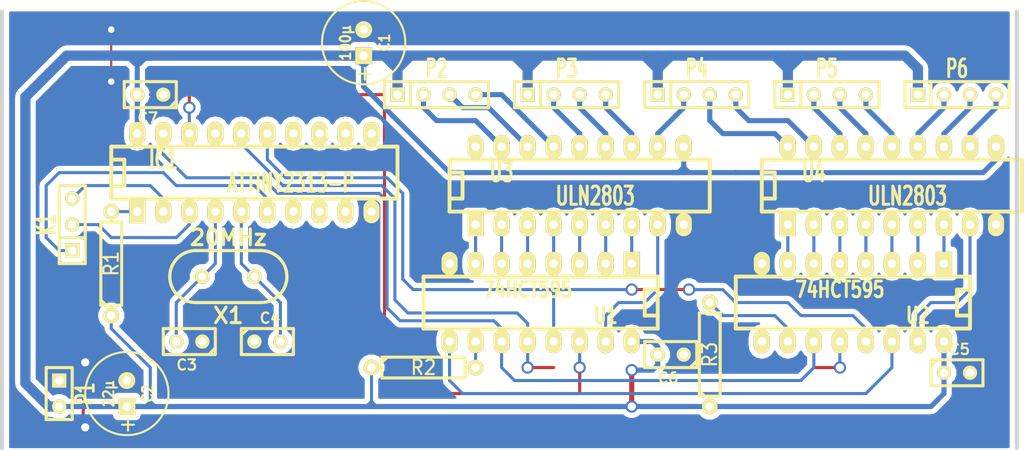
<source format=kicad_pcb>
(kicad_pcb (version 3) (host pcbnew "(2013-05-31 BZR 4019)-stable")

  (general
    (links 79)
    (no_connects 4)
    (area 83.883499 121.729499 184.086501 164.782501)
    (thickness 1.6002)
    (drawings 5)
    (tracks 299)
    (zones 0)
    (modules 23)
    (nets 47)
  )

  (page A4)
  (title_block 
    (title "ECCO LED Matrix - PWM Slave")
    (rev 1)
    (company ECCO)
  )

  (layers
    (15 Vorderseite signal)
    (0 Rückseite signal)
    (16 B.Adhes user)
    (17 F.Adhes user)
    (18 B.Paste user)
    (19 F.Paste user)
    (20 B.SilkS user)
    (21 F.SilkS user)
    (22 B.Mask user)
    (23 F.Mask user)
    (24 Dwgs.User user)
    (25 Cmts.User user)
    (26 Eco1.User user)
    (27 Eco2.User user)
    (28 Edge.Cuts user)
  )

  (setup
    (last_trace_width 0.2032)
    (user_trace_width 0.24892)
    (user_trace_width 0.29972)
    (user_trace_width 0.39878)
    (user_trace_width 0.50038)
    (user_trace_width 1)
    (trace_clearance 0.254)
    (zone_clearance 0.508)
    (zone_45_only no)
    (trace_min 0.2032)
    (segment_width 0.381)
    (edge_width 0.381)
    (via_size 0.889)
    (via_drill 0.635)
    (via_min_size 0.889)
    (via_min_drill 0.508)
    (user_via 1.19888 0.8001)
    (uvia_size 0.508)
    (uvia_drill 0.127)
    (uvias_allowed no)
    (uvia_min_size 0.508)
    (uvia_min_drill 0.127)
    (pcb_text_width 0.3048)
    (pcb_text_size 1.524 2.032)
    (mod_edge_width 0.381)
    (mod_text_size 1.524 1.524)
    (mod_text_width 0.3048)
    (pad_size 1.524 1.524)
    (pad_drill 0.8128)
    (pad_to_mask_clearance 0.254)
    (aux_axis_origin 0 0)
    (visible_elements 7FFFFFFF)
    (pcbplotparams
      (layerselection 1)
      (usegerberextensions false)
      (excludeedgelayer true)
      (linewidth 0.150000)
      (plotframeref false)
      (viasonmask false)
      (mode 1)
      (useauxorigin false)
      (hpglpennumber 1)
      (hpglpenspeed 20)
      (hpglpendiameter 15)
      (hpglpenoverlay 2)
      (psnegative false)
      (psa4output false)
      (plotreference true)
      (plotvalue true)
      (plotothertext true)
      (plotinvisibletext false)
      (padsonsilk false)
      (subtractmaskfromsilk false)
      (outputformat 2)
      (mirror false)
      (drillshape 2)
      (scaleselection 1)
      (outputdirectory ""))
  )

  (net 0 "")
  (net 1 +5V)
  (net 2 /CLK)
  (net 3 /CS)
  (net 4 /DO)
  (net 5 /ENABLE)
  (net 6 /LATCH)
  (net 7 /RESET)
  (net 8 /sRX)
  (net 9 /sTX)
  (net 10 GND)
  (net 11 N-0000010)
  (net 12 N-0000011)
  (net 13 N-0000012)
  (net 14 N-0000013)
  (net 15 N-0000014)
  (net 16 N-0000015)
  (net 17 N-0000016)
  (net 18 N-0000017)
  (net 19 N-0000018)
  (net 20 N-0000019)
  (net 21 N-0000020)
  (net 22 N-0000021)
  (net 23 N-0000022)
  (net 24 N-0000023)
  (net 25 N-0000024)
  (net 26 N-0000025)
  (net 27 N-0000026)
  (net 28 N-000004)
  (net 29 N-0000042)
  (net 30 N-0000043)
  (net 31 N-0000044)
  (net 32 N-0000045)
  (net 33 N-0000046)
  (net 34 N-0000047)
  (net 35 N-0000048)
  (net 36 N-0000049)
  (net 37 N-000005)
  (net 38 N-0000050)
  (net 39 N-0000051)
  (net 40 N-0000052)
  (net 41 N-0000053)
  (net 42 N-0000054)
  (net 43 N-0000055)
  (net 44 N-0000056)
  (net 45 N-000006)
  (net 46 N-000008)

  (net_class Default "Dies ist die voreingestellte Netzklasse."
    (clearance 0.254)
    (trace_width 0.2032)
    (via_dia 0.889)
    (via_drill 0.635)
    (uvia_dia 0.508)
    (uvia_drill 0.127)
    (add_net "")
    (add_net +5V)
    (add_net /CLK)
    (add_net /CS)
    (add_net /DO)
    (add_net /ENABLE)
    (add_net /LATCH)
    (add_net /RESET)
    (add_net /sRX)
    (add_net /sTX)
    (add_net GND)
    (add_net N-0000010)
    (add_net N-0000011)
    (add_net N-0000012)
    (add_net N-0000013)
    (add_net N-0000014)
    (add_net N-0000015)
    (add_net N-0000016)
    (add_net N-0000017)
    (add_net N-0000018)
    (add_net N-0000019)
    (add_net N-0000020)
    (add_net N-0000021)
    (add_net N-0000022)
    (add_net N-0000023)
    (add_net N-0000024)
    (add_net N-0000025)
    (add_net N-0000026)
    (add_net N-000004)
    (add_net N-0000042)
    (add_net N-0000043)
    (add_net N-0000044)
    (add_net N-0000045)
    (add_net N-0000046)
    (add_net N-0000047)
    (add_net N-0000048)
    (add_net N-0000049)
    (add_net N-000005)
    (add_net N-0000050)
    (add_net N-0000051)
    (add_net N-0000052)
    (add_net N-0000053)
    (add_net N-0000054)
    (add_net N-0000055)
    (add_net N-0000056)
    (add_net N-000006)
    (add_net N-000008)
  )

  (module SIL-4 (layer Vorderseite) (tedit 200000) (tstamp 51BF1B20)
    (at 267.292 35.048)
    (descr "Connecteur 4 pibs")
    (tags "CONN DEV")
    (path /51BC70D8)
    (fp_text reference P6 (at 0 -2.54) (layer F.SilkS)
      (effects (font (size 1.73482 1.08712) (thickness 0.27178)))
    )
    (fp_text value CONN_4 (at 0 -2.54) (layer F.SilkS) hide
      (effects (font (size 1.524 1.016) (thickness 0.254)))
    )
    (fp_line (start -5.08 -1.27) (end -5.08 -1.27) (layer F.SilkS) (width 0.3048))
    (fp_line (start -5.08 1.27) (end -5.08 -1.27) (layer F.SilkS) (width 0.3048))
    (fp_line (start -5.08 -1.27) (end -5.08 -1.27) (layer F.SilkS) (width 0.3048))
    (fp_line (start -5.08 -1.27) (end 5.08 -1.27) (layer F.SilkS) (width 0.3048))
    (fp_line (start 5.08 -1.27) (end 5.08 1.27) (layer F.SilkS) (width 0.3048))
    (fp_line (start 5.08 1.27) (end -5.08 1.27) (layer F.SilkS) (width 0.3048))
    (fp_line (start -2.54 1.27) (end -2.54 -1.27) (layer F.SilkS) (width 0.3048))
    (pad 1 thru_hole rect (at -3.81 0) (size 1.397 1.397) (drill 0.8128)
      (layers *.Cu *.Mask F.SilkS)
      (net 1 +5V)
    )
    (pad 2 thru_hole circle (at -1.27 0) (size 1.397 1.397) (drill 0.8128)
      (layers *.Cu *.Mask F.SilkS)
      (net 39 N-0000051)
    )
    (pad 3 thru_hole circle (at 1.27 0) (size 1.397 1.397) (drill 0.8128)
      (layers *.Cu *.Mask F.SilkS)
      (net 16 N-0000015)
    )
    (pad 4 thru_hole circle (at 3.81 0) (size 1.397 1.397) (drill 0.8128)
      (layers *.Cu *.Mask F.SilkS)
      (net 11 N-0000010)
    )
  )

  (module SIL-4 (layer Vorderseite) (tedit 200000) (tstamp 51BF1B22)
    (at 254.592 35.048)
    (descr "Connecteur 4 pibs")
    (tags "CONN DEV")
    (path /51BC70DC)
    (fp_text reference P5 (at 0 -2.54) (layer F.SilkS)
      (effects (font (size 1.73482 1.08712) (thickness 0.27178)))
    )
    (fp_text value CONN_4 (at 0 -2.54) (layer F.SilkS) hide
      (effects (font (size 1.524 1.016) (thickness 0.254)))
    )
    (fp_line (start -5.08 -1.27) (end -5.08 -1.27) (layer F.SilkS) (width 0.3048))
    (fp_line (start -5.08 1.27) (end -5.08 -1.27) (layer F.SilkS) (width 0.3048))
    (fp_line (start -5.08 -1.27) (end -5.08 -1.27) (layer F.SilkS) (width 0.3048))
    (fp_line (start -5.08 -1.27) (end 5.08 -1.27) (layer F.SilkS) (width 0.3048))
    (fp_line (start 5.08 -1.27) (end 5.08 1.27) (layer F.SilkS) (width 0.3048))
    (fp_line (start 5.08 1.27) (end -5.08 1.27) (layer F.SilkS) (width 0.3048))
    (fp_line (start -2.54 1.27) (end -2.54 -1.27) (layer F.SilkS) (width 0.3048))
    (pad 1 thru_hole rect (at -3.81 0) (size 1.397 1.397) (drill 0.8128)
      (layers *.Cu *.Mask F.SilkS)
      (net 1 +5V)
    )
    (pad 2 thru_hole circle (at -1.27 0) (size 1.397 1.397) (drill 0.8128)
      (layers *.Cu *.Mask F.SilkS)
      (net 40 N-0000052)
    )
    (pad 3 thru_hole circle (at 1.27 0) (size 1.397 1.397) (drill 0.8128)
      (layers *.Cu *.Mask F.SilkS)
      (net 14 N-0000013)
    )
    (pad 4 thru_hole circle (at 3.81 0) (size 1.397 1.397) (drill 0.8128)
      (layers *.Cu *.Mask F.SilkS)
      (net 15 N-0000014)
    )
  )

  (module SIL-4 (layer Vorderseite) (tedit 200000) (tstamp 51BF1B24)
    (at 241.892 35.048)
    (descr "Connecteur 4 pibs")
    (tags "CONN DEV")
    (path /51BC70E7)
    (fp_text reference P4 (at 0 -2.54) (layer F.SilkS)
      (effects (font (size 1.73482 1.08712) (thickness 0.27178)))
    )
    (fp_text value CONN_4 (at 0 -2.54) (layer F.SilkS) hide
      (effects (font (size 1.524 1.016) (thickness 0.254)))
    )
    (fp_line (start -5.08 -1.27) (end -5.08 -1.27) (layer F.SilkS) (width 0.3048))
    (fp_line (start -5.08 1.27) (end -5.08 -1.27) (layer F.SilkS) (width 0.3048))
    (fp_line (start -5.08 -1.27) (end -5.08 -1.27) (layer F.SilkS) (width 0.3048))
    (fp_line (start -5.08 -1.27) (end 5.08 -1.27) (layer F.SilkS) (width 0.3048))
    (fp_line (start 5.08 -1.27) (end 5.08 1.27) (layer F.SilkS) (width 0.3048))
    (fp_line (start 5.08 1.27) (end -5.08 1.27) (layer F.SilkS) (width 0.3048))
    (fp_line (start -2.54 1.27) (end -2.54 -1.27) (layer F.SilkS) (width 0.3048))
    (pad 1 thru_hole rect (at -3.81 0) (size 1.397 1.397) (drill 0.8128)
      (layers *.Cu *.Mask F.SilkS)
      (net 1 +5V)
    )
    (pad 2 thru_hole circle (at -1.27 0) (size 1.397 1.397) (drill 0.8128)
      (layers *.Cu *.Mask F.SilkS)
      (net 12 N-0000011)
    )
    (pad 3 thru_hole circle (at 1.27 0) (size 1.397 1.397) (drill 0.8128)
      (layers *.Cu *.Mask F.SilkS)
      (net 44 N-0000056)
    )
    (pad 4 thru_hole circle (at 3.81 0) (size 1.397 1.397) (drill 0.8128)
      (layers *.Cu *.Mask F.SilkS)
      (net 13 N-0000012)
    )
  )

  (module SIL-4 (layer Vorderseite) (tedit 200000) (tstamp 51BF1B26)
    (at 229.192 35.048)
    (descr "Connecteur 4 pibs")
    (tags "CONN DEV")
    (path /51BC70EA)
    (fp_text reference P3 (at 0 -2.54) (layer F.SilkS)
      (effects (font (size 1.73482 1.08712) (thickness 0.27178)))
    )
    (fp_text value CONN_4 (at 0 -2.54) (layer F.SilkS) hide
      (effects (font (size 1.524 1.016) (thickness 0.254)))
    )
    (fp_line (start -5.08 -1.27) (end -5.08 -1.27) (layer F.SilkS) (width 0.3048))
    (fp_line (start -5.08 1.27) (end -5.08 -1.27) (layer F.SilkS) (width 0.3048))
    (fp_line (start -5.08 -1.27) (end -5.08 -1.27) (layer F.SilkS) (width 0.3048))
    (fp_line (start -5.08 -1.27) (end 5.08 -1.27) (layer F.SilkS) (width 0.3048))
    (fp_line (start 5.08 -1.27) (end 5.08 1.27) (layer F.SilkS) (width 0.3048))
    (fp_line (start 5.08 1.27) (end -5.08 1.27) (layer F.SilkS) (width 0.3048))
    (fp_line (start -2.54 1.27) (end -2.54 -1.27) (layer F.SilkS) (width 0.3048))
    (pad 1 thru_hole rect (at -3.81 0) (size 1.397 1.397) (drill 0.8128)
      (layers *.Cu *.Mask F.SilkS)
      (net 1 +5V)
    )
    (pad 2 thru_hole circle (at -1.27 0) (size 1.397 1.397) (drill 0.8128)
      (layers *.Cu *.Mask F.SilkS)
      (net 41 N-0000053)
    )
    (pad 3 thru_hole circle (at 1.27 0) (size 1.397 1.397) (drill 0.8128)
      (layers *.Cu *.Mask F.SilkS)
      (net 45 N-000006)
    )
    (pad 4 thru_hole circle (at 3.81 0) (size 1.397 1.397) (drill 0.8128)
      (layers *.Cu *.Mask F.SilkS)
      (net 43 N-0000055)
    )
  )

  (module SIL-4 (layer Vorderseite) (tedit 200000) (tstamp 51C07440)
    (at 216.492 35.048)
    (descr "Connecteur 4 pibs")
    (tags "CONN DEV")
    (path /51BC70F1)
    (fp_text reference P2 (at 0 -2.54) (layer F.SilkS)
      (effects (font (size 1.73482 1.08712) (thickness 0.27178)))
    )
    (fp_text value CONN_4 (at 0 -2.54) (layer F.SilkS) hide
      (effects (font (size 1.524 1.016) (thickness 0.254)))
    )
    (fp_line (start -5.08 -1.27) (end -5.08 -1.27) (layer F.SilkS) (width 0.3048))
    (fp_line (start -5.08 1.27) (end -5.08 -1.27) (layer F.SilkS) (width 0.3048))
    (fp_line (start -5.08 -1.27) (end -5.08 -1.27) (layer F.SilkS) (width 0.3048))
    (fp_line (start -5.08 -1.27) (end 5.08 -1.27) (layer F.SilkS) (width 0.3048))
    (fp_line (start 5.08 -1.27) (end 5.08 1.27) (layer F.SilkS) (width 0.3048))
    (fp_line (start 5.08 1.27) (end -5.08 1.27) (layer F.SilkS) (width 0.3048))
    (fp_line (start -2.54 1.27) (end -2.54 -1.27) (layer F.SilkS) (width 0.3048))
    (pad 1 thru_hole rect (at -3.81 0) (size 1.397 1.397) (drill 0.8128)
      (layers *.Cu *.Mask F.SilkS)
      (net 1 +5V)
    )
    (pad 2 thru_hole circle (at -1.27 0) (size 1.397 1.397) (drill 0.8128)
      (layers *.Cu *.Mask F.SilkS)
      (net 28 N-000004)
    )
    (pad 3 thru_hole circle (at 1.27 0) (size 1.397 1.397) (drill 0.8128)
      (layers *.Cu *.Mask F.SilkS)
      (net 42 N-0000054)
    )
    (pad 4 thru_hole circle (at 3.81 0) (size 1.397 1.397) (drill 0.8128)
      (layers *.Cu *.Mask F.SilkS)
      (net 37 N-000005)
    )
  )

  (module SIL-3 (layer Vorderseite) (tedit 200000) (tstamp 51BF1B29)
    (at 180.932 47.748 90)
    (descr "Connecteur 3 pins")
    (tags "CONN DEV")
    (path /51BB9A8C)
    (fp_text reference K1 (at 0 -2.54 90) (layer F.SilkS)
      (effects (font (size 1.7907 1.07696) (thickness 0.26924)))
    )
    (fp_text value CONN_3 (at 0 -2.54 90) (layer F.SilkS) hide
      (effects (font (size 1.524 1.016) (thickness 0.254)))
    )
    (fp_line (start -3.81 1.27) (end -3.81 -1.27) (layer F.SilkS) (width 0.3048))
    (fp_line (start -3.81 -1.27) (end 3.81 -1.27) (layer F.SilkS) (width 0.3048))
    (fp_line (start 3.81 -1.27) (end 3.81 1.27) (layer F.SilkS) (width 0.3048))
    (fp_line (start 3.81 1.27) (end -3.81 1.27) (layer F.SilkS) (width 0.3048))
    (fp_line (start -1.27 -1.27) (end -1.27 1.27) (layer F.SilkS) (width 0.3048))
    (pad 1 thru_hole rect (at -2.54 0 90) (size 1.397 1.397) (drill 0.8128)
      (layers *.Cu *.Mask F.SilkS)
      (net 3 /CS)
    )
    (pad 2 thru_hole circle (at 0 0 90) (size 1.397 1.397) (drill 0.8128)
      (layers *.Cu *.Mask F.SilkS)
      (net 9 /sTX)
    )
    (pad 3 thru_hole circle (at 2.54 0 90) (size 1.397 1.397) (drill 0.8128)
      (layers *.Cu *.Mask F.SilkS)
      (net 8 /sRX)
    )
  )

  (module SIL-2 (layer Vorderseite) (tedit 200000) (tstamp 51BF1B2A)
    (at 179.662 64.258 270)
    (descr "Connecteurs 2 pins")
    (tags "CONN DEV")
    (path /51BB9922)
    (fp_text reference P1 (at 0 -2.54 270) (layer F.SilkS)
      (effects (font (size 1.72974 1.08712) (thickness 0.27178)))
    )
    (fp_text value CONN_2 (at 0 -2.54 270) (layer F.SilkS) hide
      (effects (font (size 1.524 1.016) (thickness 0.254)))
    )
    (fp_line (start -2.54 1.27) (end -2.54 -1.27) (layer F.SilkS) (width 0.3048))
    (fp_line (start -2.54 -1.27) (end 2.54 -1.27) (layer F.SilkS) (width 0.3048))
    (fp_line (start 2.54 -1.27) (end 2.54 1.27) (layer F.SilkS) (width 0.3048))
    (fp_line (start 2.54 1.27) (end -2.54 1.27) (layer F.SilkS) (width 0.3048))
    (pad 1 thru_hole rect (at -1.27 0 270) (size 1.397 1.397) (drill 0.8128)
      (layers *.Cu *.Mask F.SilkS)
      (net 10 GND)
    )
    (pad 2 thru_hole circle (at 1.27 0 270) (size 1.397 1.397) (drill 0.8128)
      (layers *.Cu *.Mask F.SilkS)
      (net 1 +5V)
    )
  )

  (module R4 (layer Vorderseite) (tedit 200000) (tstamp 51BF1B2B)
    (at 243.162 60.448 90)
    (descr "Resitance 4 pas")
    (tags R)
    (path /51BBA570)
    (autoplace_cost180 10)
    (fp_text reference R3 (at 0 0 90) (layer F.SilkS)
      (effects (font (size 1.397 1.27) (thickness 0.2032)))
    )
    (fp_text value 10k (at 0 0 90) (layer F.SilkS) hide
      (effects (font (size 1.397 1.27) (thickness 0.2032)))
    )
    (fp_line (start -5.08 0) (end -4.064 0) (layer F.SilkS) (width 0.3048))
    (fp_line (start -4.064 0) (end -4.064 -1.016) (layer F.SilkS) (width 0.3048))
    (fp_line (start -4.064 -1.016) (end 4.064 -1.016) (layer F.SilkS) (width 0.3048))
    (fp_line (start 4.064 -1.016) (end 4.064 1.016) (layer F.SilkS) (width 0.3048))
    (fp_line (start 4.064 1.016) (end -4.064 1.016) (layer F.SilkS) (width 0.3048))
    (fp_line (start -4.064 1.016) (end -4.064 0) (layer F.SilkS) (width 0.3048))
    (fp_line (start -4.064 -0.508) (end -3.556 -1.016) (layer F.SilkS) (width 0.3048))
    (fp_line (start 5.08 0) (end 4.064 0) (layer F.SilkS) (width 0.3048))
    (pad 1 thru_hole circle (at -5.08 0 90) (size 1.524 1.524) (drill 0.8128)
      (layers *.Cu *.Mask F.SilkS)
      (net 1 +5V)
    )
    (pad 2 thru_hole circle (at 5.08 0 90) (size 1.524 1.524) (drill 0.8128)
      (layers *.Cu *.Mask F.SilkS)
      (net 27 N-0000026)
    )
    (model discret/resistor.wrl
      (at (xyz 0 0 0))
      (scale (xyz 0.4 0.4 0.4))
      (rotate (xyz 0 0 0))
    )
  )

  (module R4 (layer Vorderseite) (tedit 200000) (tstamp 51BF1B2D)
    (at 215.222 61.718)
    (descr "Resitance 4 pas")
    (tags R)
    (path /51BBA54E)
    (autoplace_cost180 10)
    (fp_text reference R2 (at 0 0) (layer F.SilkS)
      (effects (font (size 1.397 1.27) (thickness 0.2032)))
    )
    (fp_text value 10k (at 0 0) (layer F.SilkS) hide
      (effects (font (size 1.397 1.27) (thickness 0.2032)))
    )
    (fp_line (start -5.08 0) (end -4.064 0) (layer F.SilkS) (width 0.3048))
    (fp_line (start -4.064 0) (end -4.064 -1.016) (layer F.SilkS) (width 0.3048))
    (fp_line (start -4.064 -1.016) (end 4.064 -1.016) (layer F.SilkS) (width 0.3048))
    (fp_line (start 4.064 -1.016) (end 4.064 1.016) (layer F.SilkS) (width 0.3048))
    (fp_line (start 4.064 1.016) (end -4.064 1.016) (layer F.SilkS) (width 0.3048))
    (fp_line (start -4.064 1.016) (end -4.064 0) (layer F.SilkS) (width 0.3048))
    (fp_line (start -4.064 -0.508) (end -3.556 -1.016) (layer F.SilkS) (width 0.3048))
    (fp_line (start 5.08 0) (end 4.064 0) (layer F.SilkS) (width 0.3048))
    (pad 1 thru_hole circle (at -5.08 0) (size 1.524 1.524) (drill 0.8128)
      (layers *.Cu *.Mask F.SilkS)
      (net 1 +5V)
    )
    (pad 2 thru_hole circle (at 5.08 0) (size 1.524 1.524) (drill 0.8128)
      (layers *.Cu *.Mask F.SilkS)
      (net 18 N-0000017)
    )
    (model discret/resistor.wrl
      (at (xyz 0 0 0))
      (scale (xyz 0.4 0.4 0.4))
      (rotate (xyz 0 0 0))
    )
  )

  (module R4 (layer Vorderseite) (tedit 200000) (tstamp 51BF1B2F)
    (at 184.742 51.558 90)
    (descr "Resitance 4 pas")
    (tags R)
    (path /51BB9DB0)
    (autoplace_cost180 10)
    (fp_text reference R1 (at 0 0 90) (layer F.SilkS)
      (effects (font (size 1.397 1.27) (thickness 0.2032)))
    )
    (fp_text value 10k (at 0 0 90) (layer F.SilkS) hide
      (effects (font (size 1.397 1.27) (thickness 0.2032)))
    )
    (fp_line (start -5.08 0) (end -4.064 0) (layer F.SilkS) (width 0.3048))
    (fp_line (start -4.064 0) (end -4.064 -1.016) (layer F.SilkS) (width 0.3048))
    (fp_line (start -4.064 -1.016) (end 4.064 -1.016) (layer F.SilkS) (width 0.3048))
    (fp_line (start 4.064 -1.016) (end 4.064 1.016) (layer F.SilkS) (width 0.3048))
    (fp_line (start 4.064 1.016) (end -4.064 1.016) (layer F.SilkS) (width 0.3048))
    (fp_line (start -4.064 1.016) (end -4.064 0) (layer F.SilkS) (width 0.3048))
    (fp_line (start -4.064 -0.508) (end -3.556 -1.016) (layer F.SilkS) (width 0.3048))
    (fp_line (start 5.08 0) (end 4.064 0) (layer F.SilkS) (width 0.3048))
    (pad 1 thru_hole circle (at -5.08 0 90) (size 1.524 1.524) (drill 0.8128)
      (layers *.Cu *.Mask F.SilkS)
      (net 1 +5V)
    )
    (pad 2 thru_hole circle (at 5.08 0 90) (size 1.524 1.524) (drill 0.8128)
      (layers *.Cu *.Mask F.SilkS)
      (net 7 /RESET)
    )
    (model discret/resistor.wrl
      (at (xyz 0 0 0))
      (scale (xyz 0.4 0.4 0.4))
      (rotate (xyz 0 0 0))
    )
  )

  (module DIP-20__300_ELL (layer Vorderseite) (tedit 200000) (tstamp 51BF1B32)
    (at 198.712 42.668)
    (descr "20 pins DIL package, elliptical pads")
    (tags DIL)
    (path /51BB9159)
    (fp_text reference IC1 (at -8.89 -1.27) (layer F.SilkS)
      (effects (font (size 1.778 1.143) (thickness 0.28702)))
    )
    (fp_text value ATTINY2313-P (at 3.556 1.016) (layer F.SilkS)
      (effects (font (size 1.778 1.143) (thickness 0.28702)))
    )
    (fp_line (start -13.97 -1.27) (end -12.7 -1.27) (layer F.SilkS) (width 0.381))
    (fp_line (start -12.7 -1.27) (end -12.7 1.27) (layer F.SilkS) (width 0.381))
    (fp_line (start -12.7 1.27) (end -13.97 1.27) (layer F.SilkS) (width 0.381))
    (fp_line (start -13.97 -2.54) (end 13.97 -2.54) (layer F.SilkS) (width 0.381))
    (fp_line (start 13.97 -2.54) (end 13.97 2.54) (layer F.SilkS) (width 0.381))
    (fp_line (start 13.97 2.54) (end -13.97 2.54) (layer F.SilkS) (width 0.381))
    (fp_line (start -13.97 2.54) (end -13.97 -2.54) (layer F.SilkS) (width 0.381))
    (pad 1 thru_hole rect (at -11.43 3.81) (size 1.5748 2.286) (drill 0.8128)
      (layers *.Cu *.Mask F.SilkS)
      (net 7 /RESET)
    )
    (pad 2 thru_hole oval (at -8.89 3.81) (size 1.5748 2.286) (drill 0.8128)
      (layers *.Cu *.Mask F.SilkS)
      (net 8 /sRX)
    )
    (pad 3 thru_hole oval (at -6.35 3.81) (size 1.5748 2.286) (drill 0.8128)
      (layers *.Cu *.Mask F.SilkS)
      (net 9 /sTX)
    )
    (pad 4 thru_hole oval (at -3.81 3.81) (size 1.5748 2.286) (drill 0.8128)
      (layers *.Cu *.Mask F.SilkS)
      (net 29 N-0000042)
    )
    (pad 5 thru_hole oval (at -1.27 3.81) (size 1.5748 2.286) (drill 0.8128)
      (layers *.Cu *.Mask F.SilkS)
      (net 30 N-0000043)
    )
    (pad 6 thru_hole oval (at 1.27 3.81) (size 1.5748 2.286) (drill 0.8128)
      (layers *.Cu *.Mask F.SilkS)
      (net 3 /CS)
    )
    (pad 7 thru_hole oval (at 3.81 3.81) (size 1.5748 2.286) (drill 0.8128)
      (layers *.Cu *.Mask F.SilkS)
    )
    (pad 8 thru_hole oval (at 6.35 3.81) (size 1.5748 2.286) (drill 0.8128)
      (layers *.Cu *.Mask F.SilkS)
    )
    (pad 9 thru_hole oval (at 8.89 3.81) (size 1.5748 2.286) (drill 0.8128)
      (layers *.Cu *.Mask F.SilkS)
    )
    (pad 10 thru_hole oval (at 11.43 3.81) (size 1.5748 2.286) (drill 0.8128)
      (layers *.Cu *.Mask F.SilkS)
      (net 10 GND)
    )
    (pad 11 thru_hole oval (at 11.43 -3.81) (size 1.5748 2.286) (drill 0.8128)
      (layers *.Cu *.Mask F.SilkS)
    )
    (pad 12 thru_hole oval (at 8.89 -3.81) (size 1.5748 2.286) (drill 0.8128)
      (layers *.Cu *.Mask F.SilkS)
    )
    (pad 13 thru_hole oval (at 6.35 -3.81) (size 1.5748 2.286) (drill 0.8128)
      (layers *.Cu *.Mask F.SilkS)
    )
    (pad 14 thru_hole oval (at 3.81 -3.81) (size 1.5748 2.286) (drill 0.8128)
      (layers *.Cu *.Mask F.SilkS)
    )
    (pad 15 thru_hole oval (at 1.27 -3.81) (size 1.5748 2.286) (drill 0.8128)
      (layers *.Cu *.Mask F.SilkS)
      (net 5 /ENABLE)
    )
    (pad 16 thru_hole oval (at -1.27 -3.81) (size 1.5748 2.286) (drill 0.8128)
      (layers *.Cu *.Mask F.SilkS)
      (net 6 /LATCH)
    )
    (pad 17 thru_hole oval (at -3.81 -3.81) (size 1.5748 2.286) (drill 0.8128)
      (layers *.Cu *.Mask F.SilkS)
    )
    (pad 18 thru_hole oval (at -6.35 -3.81) (size 1.5748 2.286) (drill 0.8128)
      (layers *.Cu *.Mask F.SilkS)
      (net 4 /DO)
    )
    (pad 19 thru_hole oval (at -8.89 -3.81) (size 1.5748 2.286) (drill 0.8128)
      (layers *.Cu *.Mask F.SilkS)
      (net 2 /CLK)
    )
    (pad 20 thru_hole oval (at -11.43 -3.81) (size 1.5748 2.286) (drill 0.8128)
      (layers *.Cu *.Mask F.SilkS)
      (net 1 +5V)
    )
    (model dil/dil_20.wrl
      (at (xyz 0 0 0))
      (scale (xyz 1 1 1))
      (rotate (xyz 0 0 0))
    )
  )

  (module DIP-18__300_ELL (layer Vorderseite) (tedit 200000) (tstamp 51BF1B33)
    (at 230.462 43.938)
    (descr "18 pins DIL package, elliptical pads")
    (path /51BBBA6B)
    (fp_text reference U3 (at -7.62 -1.27) (layer F.SilkS)
      (effects (font (size 1.778 1.143) (thickness 0.28702)))
    )
    (fp_text value ULN2803 (at 1.524 1.016) (layer F.SilkS)
      (effects (font (size 1.778 1.143) (thickness 0.28702)))
    )
    (fp_line (start -12.7 -1.27) (end -11.43 -1.27) (layer F.SilkS) (width 0.381))
    (fp_line (start -11.43 -1.27) (end -11.43 1.27) (layer F.SilkS) (width 0.381))
    (fp_line (start -11.43 1.27) (end -12.7 1.27) (layer F.SilkS) (width 0.381))
    (fp_line (start -12.7 -2.54) (end 12.7 -2.54) (layer F.SilkS) (width 0.381))
    (fp_line (start 12.7 -2.54) (end 12.7 2.54) (layer F.SilkS) (width 0.381))
    (fp_line (start 12.7 2.54) (end -12.7 2.54) (layer F.SilkS) (width 0.381))
    (fp_line (start -12.7 2.54) (end -12.7 -2.54) (layer F.SilkS) (width 0.381))
    (pad 1 thru_hole rect (at -10.16 3.81) (size 1.5748 2.286) (drill 0.8128)
      (layers *.Cu *.Mask F.SilkS)
      (net 20 N-0000019)
    )
    (pad 2 thru_hole oval (at -7.62 3.81) (size 1.5748 2.286) (drill 0.8128)
      (layers *.Cu *.Mask F.SilkS)
      (net 21 N-0000020)
    )
    (pad 3 thru_hole oval (at -5.08 3.81) (size 1.5748 2.286) (drill 0.8128)
      (layers *.Cu *.Mask F.SilkS)
      (net 22 N-0000021)
    )
    (pad 4 thru_hole oval (at -2.54 3.81) (size 1.5748 2.286) (drill 0.8128)
      (layers *.Cu *.Mask F.SilkS)
      (net 17 N-0000016)
    )
    (pad 5 thru_hole oval (at 0 3.81) (size 1.5748 2.286) (drill 0.8128)
      (layers *.Cu *.Mask F.SilkS)
      (net 24 N-0000023)
    )
    (pad 6 thru_hole oval (at 2.54 3.81) (size 1.5748 2.286) (drill 0.8128)
      (layers *.Cu *.Mask F.SilkS)
      (net 25 N-0000024)
    )
    (pad 7 thru_hole oval (at 5.08 3.81) (size 1.5748 2.286) (drill 0.8128)
      (layers *.Cu *.Mask F.SilkS)
      (net 26 N-0000025)
    )
    (pad 8 thru_hole oval (at 7.62 3.81) (size 1.5748 2.286) (drill 0.8128)
      (layers *.Cu *.Mask F.SilkS)
      (net 23 N-0000022)
    )
    (pad 9 thru_hole oval (at 10.16 3.81) (size 1.5748 2.286) (drill 0.8128)
      (layers *.Cu *.Mask F.SilkS)
      (net 10 GND)
    )
    (pad 10 thru_hole oval (at 10.16 -3.81) (size 1.5748 2.286) (drill 0.8128)
      (layers *.Cu *.Mask F.SilkS)
      (net 1 +5V)
    )
    (pad 11 thru_hole oval (at 7.62 -3.81) (size 1.5748 2.286) (drill 0.8128)
      (layers *.Cu *.Mask F.SilkS)
      (net 12 N-0000011)
    )
    (pad 12 thru_hole oval (at 5.08 -3.81) (size 1.5748 2.286) (drill 0.8128)
      (layers *.Cu *.Mask F.SilkS)
      (net 43 N-0000055)
    )
    (pad 13 thru_hole oval (at 2.54 -3.81) (size 1.5748 2.286) (drill 0.8128)
      (layers *.Cu *.Mask F.SilkS)
      (net 45 N-000006)
    )
    (pad 14 thru_hole oval (at 0 -3.81) (size 1.5748 2.286) (drill 0.8128)
      (layers *.Cu *.Mask F.SilkS)
      (net 41 N-0000053)
    )
    (pad 15 thru_hole oval (at -2.54 -3.81) (size 1.5748 2.286) (drill 0.8128)
      (layers *.Cu *.Mask F.SilkS)
      (net 37 N-000005)
    )
    (pad 16 thru_hole oval (at -5.08 -3.81) (size 1.5748 2.286) (drill 0.8128)
      (layers *.Cu *.Mask F.SilkS)
      (net 42 N-0000054)
    )
    (pad 17 thru_hole oval (at -7.62 -3.81) (size 1.5748 2.286) (drill 0.8128)
      (layers *.Cu *.Mask F.SilkS)
      (net 28 N-000004)
    )
    (pad 18 thru_hole oval (at -10.16 -3.81) (size 1.5748 2.286) (drill 0.8128)
      (layers *.Cu *.Mask F.SilkS)
    )
    (model dil/dil_18.wrl
      (at (xyz 0 0 0))
      (scale (xyz 1 1 1))
      (rotate (xyz 0 0 0))
    )
  )

  (module DIP-18__300_ELL (layer Vorderseite) (tedit 200000) (tstamp 51BF1B35)
    (at 260.942 43.938)
    (descr "18 pins DIL package, elliptical pads")
    (path /51BBBA70)
    (fp_text reference U4 (at -7.62 -1.27) (layer F.SilkS)
      (effects (font (size 1.778 1.143) (thickness 0.28702)))
    )
    (fp_text value ULN2803 (at 1.524 1.016) (layer F.SilkS)
      (effects (font (size 1.778 1.143) (thickness 0.28702)))
    )
    (fp_line (start -12.7 -1.27) (end -11.43 -1.27) (layer F.SilkS) (width 0.381))
    (fp_line (start -11.43 -1.27) (end -11.43 1.27) (layer F.SilkS) (width 0.381))
    (fp_line (start -11.43 1.27) (end -12.7 1.27) (layer F.SilkS) (width 0.381))
    (fp_line (start -12.7 -2.54) (end 12.7 -2.54) (layer F.SilkS) (width 0.381))
    (fp_line (start 12.7 -2.54) (end 12.7 2.54) (layer F.SilkS) (width 0.381))
    (fp_line (start 12.7 2.54) (end -12.7 2.54) (layer F.SilkS) (width 0.381))
    (fp_line (start -12.7 2.54) (end -12.7 -2.54) (layer F.SilkS) (width 0.381))
    (pad 1 thru_hole rect (at -10.16 3.81) (size 1.5748 2.286) (drill 0.8128)
      (layers *.Cu *.Mask F.SilkS)
      (net 31 N-0000044)
    )
    (pad 2 thru_hole oval (at -7.62 3.81) (size 1.5748 2.286) (drill 0.8128)
      (layers *.Cu *.Mask F.SilkS)
      (net 32 N-0000045)
    )
    (pad 3 thru_hole oval (at -5.08 3.81) (size 1.5748 2.286) (drill 0.8128)
      (layers *.Cu *.Mask F.SilkS)
      (net 33 N-0000046)
    )
    (pad 4 thru_hole oval (at -2.54 3.81) (size 1.5748 2.286) (drill 0.8128)
      (layers *.Cu *.Mask F.SilkS)
      (net 34 N-0000047)
    )
    (pad 5 thru_hole oval (at 0 3.81) (size 1.5748 2.286) (drill 0.8128)
      (layers *.Cu *.Mask F.SilkS)
      (net 35 N-0000048)
    )
    (pad 6 thru_hole oval (at 2.54 3.81) (size 1.5748 2.286) (drill 0.8128)
      (layers *.Cu *.Mask F.SilkS)
      (net 36 N-0000049)
    )
    (pad 7 thru_hole oval (at 5.08 3.81) (size 1.5748 2.286) (drill 0.8128)
      (layers *.Cu *.Mask F.SilkS)
      (net 38 N-0000050)
    )
    (pad 8 thru_hole oval (at 7.62 3.81) (size 1.5748 2.286) (drill 0.8128)
      (layers *.Cu *.Mask F.SilkS)
      (net 46 N-000008)
    )
    (pad 9 thru_hole oval (at 10.16 3.81) (size 1.5748 2.286) (drill 0.8128)
      (layers *.Cu *.Mask F.SilkS)
      (net 10 GND)
    )
    (pad 10 thru_hole oval (at 10.16 -3.81) (size 1.5748 2.286) (drill 0.8128)
      (layers *.Cu *.Mask F.SilkS)
      (net 1 +5V)
    )
    (pad 11 thru_hole oval (at 7.62 -3.81) (size 1.5748 2.286) (drill 0.8128)
      (layers *.Cu *.Mask F.SilkS)
      (net 11 N-0000010)
    )
    (pad 12 thru_hole oval (at 5.08 -3.81) (size 1.5748 2.286) (drill 0.8128)
      (layers *.Cu *.Mask F.SilkS)
      (net 16 N-0000015)
    )
    (pad 13 thru_hole oval (at 2.54 -3.81) (size 1.5748 2.286) (drill 0.8128)
      (layers *.Cu *.Mask F.SilkS)
      (net 39 N-0000051)
    )
    (pad 14 thru_hole oval (at 0 -3.81) (size 1.5748 2.286) (drill 0.8128)
      (layers *.Cu *.Mask F.SilkS)
      (net 15 N-0000014)
    )
    (pad 15 thru_hole oval (at -2.54 -3.81) (size 1.5748 2.286) (drill 0.8128)
      (layers *.Cu *.Mask F.SilkS)
      (net 14 N-0000013)
    )
    (pad 16 thru_hole oval (at -5.08 -3.81) (size 1.5748 2.286) (drill 0.8128)
      (layers *.Cu *.Mask F.SilkS)
      (net 40 N-0000052)
    )
    (pad 17 thru_hole oval (at -7.62 -3.81) (size 1.5748 2.286) (drill 0.8128)
      (layers *.Cu *.Mask F.SilkS)
      (net 13 N-0000012)
    )
    (pad 18 thru_hole oval (at -10.16 -3.81) (size 1.5748 2.286) (drill 0.8128)
      (layers *.Cu *.Mask F.SilkS)
      (net 44 N-0000056)
    )
    (model dil/dil_18.wrl
      (at (xyz 0 0 0))
      (scale (xyz 1 1 1))
      (rotate (xyz 0 0 0))
    )
  )

  (module DIP-16__300_ELL (layer Vorderseite) (tedit 200000) (tstamp 51BF1B36)
    (at 226.652 55.368 180)
    (descr "16 pins DIL package, elliptical pads")
    (tags DIL)
    (path /51BB916B)
    (fp_text reference U1 (at -6.35 -1.27 180) (layer F.SilkS)
      (effects (font (size 1.524 1.143) (thickness 0.28702)))
    )
    (fp_text value 74HCT595 (at 1.27 1.27 180) (layer F.SilkS)
      (effects (font (size 1.524 1.143) (thickness 0.28702)))
    )
    (fp_line (start -11.43 -1.27) (end -11.43 -1.27) (layer F.SilkS) (width 0.381))
    (fp_line (start -11.43 -1.27) (end -10.16 -1.27) (layer F.SilkS) (width 0.381))
    (fp_line (start -10.16 -1.27) (end -10.16 1.27) (layer F.SilkS) (width 0.381))
    (fp_line (start -10.16 1.27) (end -11.43 1.27) (layer F.SilkS) (width 0.381))
    (fp_line (start -11.43 -2.54) (end 11.43 -2.54) (layer F.SilkS) (width 0.381))
    (fp_line (start 11.43 -2.54) (end 11.43 2.54) (layer F.SilkS) (width 0.381))
    (fp_line (start 11.43 2.54) (end -11.43 2.54) (layer F.SilkS) (width 0.381))
    (fp_line (start -11.43 2.54) (end -11.43 -2.54) (layer F.SilkS) (width 0.381))
    (pad 1 thru_hole rect (at -8.89 3.81 180) (size 1.5748 2.286) (drill 0.8128)
      (layers *.Cu *.Mask F.SilkS)
      (net 26 N-0000025)
    )
    (pad 2 thru_hole oval (at -6.35 3.81 180) (size 1.5748 2.286) (drill 0.8128)
      (layers *.Cu *.Mask F.SilkS)
      (net 25 N-0000024)
    )
    (pad 3 thru_hole oval (at -3.81 3.81 180) (size 1.5748 2.286) (drill 0.8128)
      (layers *.Cu *.Mask F.SilkS)
      (net 24 N-0000023)
    )
    (pad 4 thru_hole oval (at -1.27 3.81 180) (size 1.5748 2.286) (drill 0.8128)
      (layers *.Cu *.Mask F.SilkS)
      (net 17 N-0000016)
    )
    (pad 5 thru_hole oval (at 1.27 3.81 180) (size 1.5748 2.286) (drill 0.8128)
      (layers *.Cu *.Mask F.SilkS)
      (net 22 N-0000021)
    )
    (pad 6 thru_hole oval (at 3.81 3.81 180) (size 1.5748 2.286) (drill 0.8128)
      (layers *.Cu *.Mask F.SilkS)
      (net 21 N-0000020)
    )
    (pad 7 thru_hole oval (at 6.35 3.81 180) (size 1.5748 2.286) (drill 0.8128)
      (layers *.Cu *.Mask F.SilkS)
      (net 20 N-0000019)
    )
    (pad 8 thru_hole oval (at 8.89 3.81 180) (size 1.5748 2.286) (drill 0.8128)
      (layers *.Cu *.Mask F.SilkS)
      (net 10 GND)
    )
    (pad 9 thru_hole oval (at 8.89 -3.81 180) (size 1.5748 2.286) (drill 0.8128)
      (layers *.Cu *.Mask F.SilkS)
      (net 19 N-0000018)
    )
    (pad 10 thru_hole oval (at 6.35 -3.81 180) (size 1.5748 2.286) (drill 0.8128)
      (layers *.Cu *.Mask F.SilkS)
      (net 18 N-0000017)
    )
    (pad 11 thru_hole oval (at 3.81 -3.81 180) (size 1.5748 2.286) (drill 0.8128)
      (layers *.Cu *.Mask F.SilkS)
      (net 2 /CLK)
    )
    (pad 12 thru_hole oval (at 1.27 -3.81 180) (size 1.5748 2.286) (drill 0.8128)
      (layers *.Cu *.Mask F.SilkS)
      (net 6 /LATCH)
    )
    (pad 13 thru_hole oval (at -1.27 -3.81 180) (size 1.5748 2.286) (drill 0.8128)
      (layers *.Cu *.Mask F.SilkS)
      (net 5 /ENABLE)
    )
    (pad 14 thru_hole oval (at -3.81 -3.81 180) (size 1.5748 2.286) (drill 0.8128)
      (layers *.Cu *.Mask F.SilkS)
      (net 4 /DO)
    )
    (pad 15 thru_hole oval (at -6.35 -3.81 180) (size 1.5748 2.286) (drill 0.8128)
      (layers *.Cu *.Mask F.SilkS)
      (net 23 N-0000022)
    )
    (pad 16 thru_hole oval (at -8.89 -3.81 180) (size 1.5748 2.286) (drill 0.8128)
      (layers *.Cu *.Mask F.SilkS)
      (net 1 +5V)
    )
    (model dil/dil_16.wrl
      (at (xyz 0 0 0))
      (scale (xyz 1 1 1))
      (rotate (xyz 0 0 0))
    )
  )

  (module DIP-16__300_ELL (layer Vorderseite) (tedit 200000) (tstamp 51BF1B38)
    (at 257.132 55.368 180)
    (descr "16 pins DIL package, elliptical pads")
    (tags DIL)
    (path /51BB916D)
    (fp_text reference U2 (at -6.35 -1.27 180) (layer F.SilkS)
      (effects (font (size 1.524 1.143) (thickness 0.28702)))
    )
    (fp_text value 74HCT595 (at 1.27 1.27 180) (layer F.SilkS)
      (effects (font (size 1.524 1.143) (thickness 0.28702)))
    )
    (fp_line (start -11.43 -1.27) (end -11.43 -1.27) (layer F.SilkS) (width 0.381))
    (fp_line (start -11.43 -1.27) (end -10.16 -1.27) (layer F.SilkS) (width 0.381))
    (fp_line (start -10.16 -1.27) (end -10.16 1.27) (layer F.SilkS) (width 0.381))
    (fp_line (start -10.16 1.27) (end -11.43 1.27) (layer F.SilkS) (width 0.381))
    (fp_line (start -11.43 -2.54) (end 11.43 -2.54) (layer F.SilkS) (width 0.381))
    (fp_line (start 11.43 -2.54) (end 11.43 2.54) (layer F.SilkS) (width 0.381))
    (fp_line (start 11.43 2.54) (end -11.43 2.54) (layer F.SilkS) (width 0.381))
    (fp_line (start -11.43 2.54) (end -11.43 -2.54) (layer F.SilkS) (width 0.381))
    (pad 1 thru_hole rect (at -8.89 3.81 180) (size 1.5748 2.286) (drill 0.8128)
      (layers *.Cu *.Mask F.SilkS)
      (net 38 N-0000050)
    )
    (pad 2 thru_hole oval (at -6.35 3.81 180) (size 1.5748 2.286) (drill 0.8128)
      (layers *.Cu *.Mask F.SilkS)
      (net 36 N-0000049)
    )
    (pad 3 thru_hole oval (at -3.81 3.81 180) (size 1.5748 2.286) (drill 0.8128)
      (layers *.Cu *.Mask F.SilkS)
      (net 35 N-0000048)
    )
    (pad 4 thru_hole oval (at -1.27 3.81 180) (size 1.5748 2.286) (drill 0.8128)
      (layers *.Cu *.Mask F.SilkS)
      (net 34 N-0000047)
    )
    (pad 5 thru_hole oval (at 1.27 3.81 180) (size 1.5748 2.286) (drill 0.8128)
      (layers *.Cu *.Mask F.SilkS)
      (net 33 N-0000046)
    )
    (pad 6 thru_hole oval (at 3.81 3.81 180) (size 1.5748 2.286) (drill 0.8128)
      (layers *.Cu *.Mask F.SilkS)
      (net 32 N-0000045)
    )
    (pad 7 thru_hole oval (at 6.35 3.81 180) (size 1.5748 2.286) (drill 0.8128)
      (layers *.Cu *.Mask F.SilkS)
      (net 31 N-0000044)
    )
    (pad 8 thru_hole oval (at 8.89 3.81 180) (size 1.5748 2.286) (drill 0.8128)
      (layers *.Cu *.Mask F.SilkS)
      (net 10 GND)
    )
    (pad 9 thru_hole oval (at 8.89 -3.81 180) (size 1.5748 2.286) (drill 0.8128)
      (layers *.Cu *.Mask F.SilkS)
    )
    (pad 10 thru_hole oval (at 6.35 -3.81 180) (size 1.5748 2.286) (drill 0.8128)
      (layers *.Cu *.Mask F.SilkS)
      (net 27 N-0000026)
    )
    (pad 11 thru_hole oval (at 3.81 -3.81 180) (size 1.5748 2.286) (drill 0.8128)
      (layers *.Cu *.Mask F.SilkS)
      (net 2 /CLK)
    )
    (pad 12 thru_hole oval (at 1.27 -3.81 180) (size 1.5748 2.286) (drill 0.8128)
      (layers *.Cu *.Mask F.SilkS)
      (net 6 /LATCH)
    )
    (pad 13 thru_hole oval (at -1.27 -3.81 180) (size 1.5748 2.286) (drill 0.8128)
      (layers *.Cu *.Mask F.SilkS)
      (net 5 /ENABLE)
    )
    (pad 14 thru_hole oval (at -3.81 -3.81 180) (size 1.5748 2.286) (drill 0.8128)
      (layers *.Cu *.Mask F.SilkS)
      (net 19 N-0000018)
    )
    (pad 15 thru_hole oval (at -6.35 -3.81 180) (size 1.5748 2.286) (drill 0.8128)
      (layers *.Cu *.Mask F.SilkS)
      (net 46 N-000008)
    )
    (pad 16 thru_hole oval (at -8.89 -3.81 180) (size 1.5748 2.286) (drill 0.8128)
      (layers *.Cu *.Mask F.SilkS)
      (net 1 +5V)
    )
    (model dil/dil_16.wrl
      (at (xyz 0 0 0))
      (scale (xyz 1 1 1))
      (rotate (xyz 0 0 0))
    )
  )

  (module C1 (layer Vorderseite) (tedit 3F92C496) (tstamp 51BF1B3C)
    (at 188.552 35.048 180)
    (descr "Condensateur e = 1 pas")
    (tags C)
    (path /51BBA261)
    (fp_text reference C7 (at 0.254 -2.286 180) (layer F.SilkS)
      (effects (font (size 1.016 1.016) (thickness 0.2032)))
    )
    (fp_text value 100n (at 0 -2.286 180) (layer F.SilkS) hide
      (effects (font (size 1.016 1.016) (thickness 0.2032)))
    )
    (fp_line (start -2.4892 -1.27) (end 2.54 -1.27) (layer F.SilkS) (width 0.3048))
    (fp_line (start 2.54 -1.27) (end 2.54 1.27) (layer F.SilkS) (width 0.3048))
    (fp_line (start 2.54 1.27) (end -2.54 1.27) (layer F.SilkS) (width 0.3048))
    (fp_line (start -2.54 1.27) (end -2.54 -1.27) (layer F.SilkS) (width 0.3048))
    (fp_line (start -2.54 -0.635) (end -1.905 -1.27) (layer F.SilkS) (width 0.3048))
    (pad 1 thru_hole circle (at -1.27 0 180) (size 1.397 1.397) (drill 0.8128)
      (layers *.Cu *.Mask F.SilkS)
      (net 10 GND)
    )
    (pad 2 thru_hole circle (at 1.27 0 180) (size 1.397 1.397) (drill 0.8128)
      (layers *.Cu *.Mask F.SilkS)
      (net 1 +5V)
    )
    (model discret/capa_1_pas.wrl
      (at (xyz 0 0 0))
      (scale (xyz 1 1 1))
      (rotate (xyz 0 0 0))
    )
  )

  (module C1 (layer Vorderseite) (tedit 3F92C496) (tstamp 51BF1B3E)
    (at 239.352 60.448 180)
    (descr "Condensateur e = 1 pas")
    (tags C)
    (path /51BBA23E)
    (fp_text reference C6 (at 0.254 -2.286 180) (layer F.SilkS)
      (effects (font (size 1.016 1.016) (thickness 0.2032)))
    )
    (fp_text value 100n (at 0 -2.286 180) (layer F.SilkS) hide
      (effects (font (size 1.016 1.016) (thickness 0.2032)))
    )
    (fp_line (start -2.4892 -1.27) (end 2.54 -1.27) (layer F.SilkS) (width 0.3048))
    (fp_line (start 2.54 -1.27) (end 2.54 1.27) (layer F.SilkS) (width 0.3048))
    (fp_line (start 2.54 1.27) (end -2.54 1.27) (layer F.SilkS) (width 0.3048))
    (fp_line (start -2.54 1.27) (end -2.54 -1.27) (layer F.SilkS) (width 0.3048))
    (fp_line (start -2.54 -0.635) (end -1.905 -1.27) (layer F.SilkS) (width 0.3048))
    (pad 1 thru_hole circle (at -1.27 0 180) (size 1.397 1.397) (drill 0.8128)
      (layers *.Cu *.Mask F.SilkS)
      (net 10 GND)
    )
    (pad 2 thru_hole circle (at 1.27 0 180) (size 1.397 1.397) (drill 0.8128)
      (layers *.Cu *.Mask F.SilkS)
      (net 1 +5V)
    )
    (model discret/capa_1_pas.wrl
      (at (xyz 0 0 0))
      (scale (xyz 1 1 1))
      (rotate (xyz 0 0 0))
    )
  )

  (module C1 (layer Vorderseite) (tedit 3F92C496) (tstamp 51BF1B40)
    (at 267.292 62.226)
    (descr "Condensateur e = 1 pas")
    (tags C)
    (path /51BB9E17)
    (fp_text reference C5 (at 0.254 -2.286) (layer F.SilkS)
      (effects (font (size 1.016 1.016) (thickness 0.2032)))
    )
    (fp_text value 100n (at 0 -2.286) (layer F.SilkS) hide
      (effects (font (size 1.016 1.016) (thickness 0.2032)))
    )
    (fp_line (start -2.4892 -1.27) (end 2.54 -1.27) (layer F.SilkS) (width 0.3048))
    (fp_line (start 2.54 -1.27) (end 2.54 1.27) (layer F.SilkS) (width 0.3048))
    (fp_line (start 2.54 1.27) (end -2.54 1.27) (layer F.SilkS) (width 0.3048))
    (fp_line (start -2.54 1.27) (end -2.54 -1.27) (layer F.SilkS) (width 0.3048))
    (fp_line (start -2.54 -0.635) (end -1.905 -1.27) (layer F.SilkS) (width 0.3048))
    (pad 1 thru_hole circle (at -1.27 0) (size 1.397 1.397) (drill 0.8128)
      (layers *.Cu *.Mask F.SilkS)
      (net 1 +5V)
    )
    (pad 2 thru_hole circle (at 1.27 0) (size 1.397 1.397) (drill 0.8128)
      (layers *.Cu *.Mask F.SilkS)
      (net 10 GND)
    )
    (model discret/capa_1_pas.wrl
      (at (xyz 0 0 0))
      (scale (xyz 1 1 1))
      (rotate (xyz 0 0 0))
    )
  )

  (module C1 (layer Vorderseite) (tedit 3F92C496) (tstamp 51BF1B42)
    (at 199.982 59.178)
    (descr "Condensateur e = 1 pas")
    (tags C)
    (path /51BB9DE6)
    (fp_text reference C4 (at 0.254 -2.286) (layer F.SilkS)
      (effects (font (size 1.016 1.016) (thickness 0.2032)))
    )
    (fp_text value 22p (at 0 -2.286) (layer F.SilkS) hide
      (effects (font (size 1.016 1.016) (thickness 0.2032)))
    )
    (fp_line (start -2.4892 -1.27) (end 2.54 -1.27) (layer F.SilkS) (width 0.3048))
    (fp_line (start 2.54 -1.27) (end 2.54 1.27) (layer F.SilkS) (width 0.3048))
    (fp_line (start 2.54 1.27) (end -2.54 1.27) (layer F.SilkS) (width 0.3048))
    (fp_line (start -2.54 1.27) (end -2.54 -1.27) (layer F.SilkS) (width 0.3048))
    (fp_line (start -2.54 -0.635) (end -1.905 -1.27) (layer F.SilkS) (width 0.3048))
    (pad 1 thru_hole circle (at -1.27 0) (size 1.397 1.397) (drill 0.8128)
      (layers *.Cu *.Mask F.SilkS)
      (net 10 GND)
    )
    (pad 2 thru_hole circle (at 1.27 0) (size 1.397 1.397) (drill 0.8128)
      (layers *.Cu *.Mask F.SilkS)
      (net 30 N-0000043)
    )
    (model discret/capa_1_pas.wrl
      (at (xyz 0 0 0))
      (scale (xyz 1 1 1))
      (rotate (xyz 0 0 0))
    )
  )

  (module C1 (layer Vorderseite) (tedit 3F92C496) (tstamp 51BF1B44)
    (at 192.362 59.178 180)
    (descr "Condensateur e = 1 pas")
    (tags C)
    (path /51BB9DD8)
    (fp_text reference C3 (at 0.254 -2.286 180) (layer F.SilkS)
      (effects (font (size 1.016 1.016) (thickness 0.2032)))
    )
    (fp_text value 22p (at 0 -2.286 180) (layer F.SilkS) hide
      (effects (font (size 1.016 1.016) (thickness 0.2032)))
    )
    (fp_line (start -2.4892 -1.27) (end 2.54 -1.27) (layer F.SilkS) (width 0.3048))
    (fp_line (start 2.54 -1.27) (end 2.54 1.27) (layer F.SilkS) (width 0.3048))
    (fp_line (start 2.54 1.27) (end -2.54 1.27) (layer F.SilkS) (width 0.3048))
    (fp_line (start -2.54 1.27) (end -2.54 -1.27) (layer F.SilkS) (width 0.3048))
    (fp_line (start -2.54 -0.635) (end -1.905 -1.27) (layer F.SilkS) (width 0.3048))
    (pad 1 thru_hole circle (at -1.27 0 180) (size 1.397 1.397) (drill 0.8128)
      (layers *.Cu *.Mask F.SilkS)
      (net 10 GND)
    )
    (pad 2 thru_hole circle (at 1.27 0 180) (size 1.397 1.397) (drill 0.8128)
      (layers *.Cu *.Mask F.SilkS)
      (net 29 N-0000042)
    )
    (model discret/capa_1_pas.wrl
      (at (xyz 0 0 0))
      (scale (xyz 1 1 1))
      (rotate (xyz 0 0 0))
    )
  )

  (module C1V8 (layer Vorderseite) (tedit 3DD3A719) (tstamp 51BF1B39)
    (at 186.266 64.258 90)
    (path /51BC71D5)
    (fp_text reference C2 (at 0 2.032 90) (layer F.SilkS)
      (effects (font (size 1.016 0.889) (thickness 0.2032)))
    )
    (fp_text value 22µ (at 0 -1.77546 90) (layer F.SilkS)
      (effects (font (size 1.016 0.889) (thickness 0.2032)))
    )
    (fp_text user + (at -3.04546 0 90) (layer F.SilkS)
      (effects (font (size 1.524 1.524) (thickness 0.2032)))
    )
    (fp_circle (center 0 0) (end 4.064 0) (layer F.SilkS) (width 0.2032))
    (pad 1 thru_hole rect (at -1.27 0 90) (size 1.651 1.651) (drill 0.8128)
      (layers *.Cu *.Mask F.SilkS)
      (net 1 +5V)
    )
    (pad 2 thru_hole circle (at 1.27 0 90) (size 1.651 1.651) (drill 0.8128)
      (layers *.Cu *.Mask F.SilkS)
      (net 10 GND)
    )
    (model discret/c_vert_c1v8.wrl
      (at (xyz 0 0 0))
      (scale (xyz 1 1 1))
      (rotate (xyz 0 0 0))
    )
  )

  (module C1V8 (layer Vorderseite) (tedit 3DD3A719) (tstamp 51BF28CC)
    (at 209.38 29.968 90)
    (path /51BC71D2)
    (fp_text reference C1 (at 0 2.032 90) (layer F.SilkS)
      (effects (font (size 1.016 0.889) (thickness 0.2032)))
    )
    (fp_text value 100µ (at 0 -1.77546 90) (layer F.SilkS)
      (effects (font (size 1.016 0.889) (thickness 0.2032)))
    )
    (fp_text user + (at -3.04546 0 90) (layer F.SilkS)
      (effects (font (size 1.524 1.524) (thickness 0.2032)))
    )
    (fp_circle (center 0 0) (end 4.064 0) (layer F.SilkS) (width 0.2032))
    (pad 1 thru_hole rect (at -1.27 0 90) (size 1.651 1.651) (drill 0.8128)
      (layers *.Cu *.Mask F.SilkS)
      (net 1 +5V)
    )
    (pad 2 thru_hole circle (at 1.27 0 90) (size 1.651 1.651) (drill 0.8128)
      (layers *.Cu *.Mask F.SilkS)
      (net 10 GND)
    )
    (model discret/c_vert_c1v8.wrl
      (at (xyz 0 0 0))
      (scale (xyz 1 1 1))
      (rotate (xyz 0 0 0))
    )
  )

  (module HC-49V (layer Vorderseite) (tedit 4C5EC450) (tstamp 51BF1B31)
    (at 196.172 52.828 180)
    (descr "Quartz boitier HC-49 Vertical")
    (tags "QUARTZ DEV")
    (path /51BB9DD3)
    (autoplace_cost180 10)
    (fp_text reference X1 (at 0 -3.81 180) (layer F.SilkS)
      (effects (font (size 1.524 1.524) (thickness 0.3048)))
    )
    (fp_text value 20MHz (at 0 3.81 180) (layer F.SilkS)
      (effects (font (size 1.524 1.524) (thickness 0.3048)))
    )
    (fp_line (start -3.175 2.54) (end 3.175 2.54) (layer F.SilkS) (width 0.3175))
    (fp_line (start -3.175 -2.54) (end 3.175 -2.54) (layer F.SilkS) (width 0.3175))
    (fp_arc (start 3.175 0) (end 3.175 -2.54) (angle 90) (layer F.SilkS) (width 0.3175))
    (fp_arc (start 3.175 0) (end 5.715 0) (angle 90) (layer F.SilkS) (width 0.3175))
    (fp_arc (start -3.175 0) (end -5.715 0) (angle 90) (layer F.SilkS) (width 0.3175))
    (fp_arc (start -3.175 0) (end -3.175 2.54) (angle 90) (layer F.SilkS) (width 0.3175))
    (pad 1 thru_hole circle (at -2.54 0 180) (size 1.4224 1.4224) (drill 0.762)
      (layers *.Cu *.Mask F.SilkS)
      (net 30 N-0000043)
    )
    (pad 2 thru_hole circle (at 2.54 0 180) (size 1.4224 1.4224) (drill 0.762)
      (layers *.Cu *.Mask F.SilkS)
      (net 29 N-0000042)
    )
    (model discret/xtal/crystal_hc18u_vertical.wrl
      (at (xyz 0 0 0))
      (scale (xyz 1 1 0.2))
      (rotate (xyz 0 0 0))
    )
  )

  (gr_line (start 273.134 26.92) (end 273.134 69.592) (angle 90) (layer Edge.Cuts) (width 0.381))
  (gr_line (start 174.074 26.92) (end 174.074 69.592) (angle 90) (layer Edge.Cuts) (width 0.381))
  (gr_line (start 174.074 26.92) (end 273.134 26.92) (angle 90) (layer Eco2.User) (width 0.381))
  (gr_line (start 273.134 26.92) (end 272.88 26.92) (angle 90) (layer Eco2.User) (width 0.381))
  (gr_line (start 273.134 69.592) (end 174.074 69.592) (angle 90) (layer Eco2.User) (width 0.381))

  (segment (start 209.38 31.238) (end 208.11 31.238) (width 0.2032) (layer Rückseite) (net 1))
  (segment (start 238.082 61.464) (end 238.082 60.448) (width 0.2032) (layer Rückseite) (net 1))
  (segment (start 209.38 32) (end 209.126 32) (width 0.50038) (layer Rückseite) (net 1))
  (segment (start 209.126 32) (end 208.364 31.238) (width 0.50038) (layer Rückseite) (net 1) (tstamp 51C20875))
  (segment (start 209.38 32) (end 209.634 32) (width 0.50038) (layer Rückseite) (net 1))
  (segment (start 209.634 32) (end 210.396 31.238) (width 0.50038) (layer Rückseite) (net 1) (tstamp 51C2086C))
  (segment (start 239.606 42.668) (end 217.762 42.668) (width 0.50038) (layer Rückseite) (net 1))
  (segment (start 217.762 42.668) (end 215.73 40.636) (width 0.50038) (layer Rückseite) (net 1) (tstamp 51C2084D))
  (segment (start 209.38 32) (end 209.38 34.286) (width 0.50038) (layer Rückseite) (net 1))
  (segment (start 209.38 34.286) (end 215.73 40.636) (width 0.50038) (layer Rückseite) (net 1) (tstamp 51C20848))
  (segment (start 210.142 65.02) (end 210.65 65.528) (width 0.29972) (layer Rückseite) (net 1))
  (segment (start 210.65 65.528) (end 210.396 65.528) (width 0.29972) (layer Rückseite) (net 1) (tstamp 51C207E2))
  (segment (start 210.142 65.02) (end 209.634 65.528) (width 0.29972) (layer Rückseite) (net 1))
  (segment (start 209.634 65.528) (end 209.888 65.528) (width 0.29972) (layer Rückseite) (net 1) (tstamp 51C207D3))
  (segment (start 240.622 40.128) (end 240.622 42.16) (width 0.50038) (layer Rückseite) (net 1))
  (segment (start 179.662 65.528) (end 178.646 65.528) (width 1) (layer Rückseite) (net 1))
  (segment (start 176.36 35.283948) (end 177.493974 34.149974) (width 1) (layer Rückseite) (net 1) (tstamp 51C206B0))
  (segment (start 176.36 63.242) (end 176.36 35.283948) (width 1) (layer Rückseite) (net 1) (tstamp 51C206A8))
  (segment (start 178.646 65.528) (end 176.36 63.242) (width 1) (layer Rückseite) (net 1) (tstamp 51C206A6))
  (via (at 235.542 65.528) (size 1.19888) (drill 0.8001) (layers Vorderseite Rückseite) (net 1))
  (segment (start 238.082 60.702) (end 238.082 61.464) (width 0.50038) (layer Rückseite) (net 1) (tstamp 51C20438))
  (segment (start 237.574 61.972) (end 238.082 61.464) (width 0.50038) (layer Rückseite) (net 1) (tstamp 51C20437))
  (segment (start 235.542 61.972) (end 237.574 61.972) (width 0.50038) (layer Rückseite) (net 1) (tstamp 51C20436))
  (via (at 235.542 61.972) (size 1.19888) (drill 0.8001) (layers Vorderseite Rückseite) (net 1))
  (segment (start 235.542 61.972) (end 235.542 65.528) (width 0.50038) (layer Vorderseite) (net 1) (tstamp 51C20432))
  (segment (start 238.082 60.702) (end 238.082 59.686) (width 0.50038) (layer Rückseite) (net 1))
  (segment (start 237.574 59.178) (end 235.542 59.178) (width 0.50038) (layer Rückseite) (net 1) (tstamp 51C20406))
  (segment (start 238.082 59.686) (end 237.574 59.178) (width 0.50038) (layer Rückseite) (net 1) (tstamp 51C20405))
  (segment (start 266.022 62.226) (end 266.022 59.178) (width 0.24892) (layer Rückseite) (net 1))
  (segment (start 209.38 32) (end 209.38 32) (width 0.50038) (layer Rückseite) (net 1))
  (segment (start 215.73 40.636) (end 215.73 40.636) (width 0.50038) (layer Rückseite) (net 1) (status 30))
  (segment (start 209.38 32) (end 209.38 31.238) (width 0.50038) (layer Rückseite) (net 1) (tstamp 51C1B2B5))
  (segment (start 243.162 65.528) (end 264.752 65.528) (width 0.50038) (layer Rückseite) (net 1))
  (segment (start 266.022 64.258) (end 266.022 59.178) (width 0.50038) (layer Rückseite) (net 1) (tstamp 51C07EFB))
  (segment (start 264.752 65.528) (end 266.022 64.258) (width 0.50038) (layer Rückseite) (net 1) (tstamp 51C07EF8))
  (segment (start 245.702 42.668) (end 269.832 42.668) (width 0.50038) (layer Rückseite) (net 1))
  (segment (start 271.102 41.398) (end 271.102 40.128) (width 0.50038) (layer Rückseite) (net 1) (tstamp 51C0753F))
  (segment (start 269.832 42.668) (end 271.102 41.398) (width 0.50038) (layer Rückseite) (net 1) (tstamp 51C0753D))
  (segment (start 184.742 31.238) (end 206.586 31.238) (width 1) (layer Rückseite) (net 1))
  (segment (start 207.602 31.238) (end 208.11 31.238) (width 1) (layer Rückseite) (net 1) (tstamp 51C0744B))
  (segment (start 206.586 31.238) (end 207.602 31.238) (width 1) (layer Rückseite) (net 1) (tstamp 51C07458))
  (segment (start 208.11 31.238) (end 208.364 31.238) (width 1) (layer Rückseite) (net 1) (tstamp 51D3313C))
  (segment (start 208.364 31.238) (end 208.618 31.238) (width 1) (layer Rückseite) (net 1) (tstamp 51C20878))
  (segment (start 208.618 31.238) (end 209.38 31.238) (width 1) (layer Rückseite) (net 1) (tstamp 51C0745D))
  (segment (start 209.38 31.238) (end 210.396 31.238) (width 1) (layer Rückseite) (net 1) (tstamp 51C1B2B3))
  (segment (start 210.396 31.238) (end 211.412 31.238) (width 1) (layer Rückseite) (net 1) (tstamp 51C1B2BC))
  (segment (start 212.682 32.508) (end 211.412 31.238) (width 1) (layer Rückseite) (net 1))
  (segment (start 188.552 65.147) (end 188.425 65.147) (width 0.29972) (layer Rückseite) (net 1))
  (segment (start 188.425 65.147) (end 188.044 65.528) (width 0.29972) (layer Rückseite) (net 1) (tstamp 51C072E6))
  (segment (start 188.552 65.147) (end 188.679 65.147) (width 0.29972) (layer Rückseite) (net 1))
  (segment (start 188.679 65.147) (end 189.06 65.528) (width 0.29972) (layer Rückseite) (net 1) (tstamp 51C072E1))
  (segment (start 184.742 56.638) (end 184.742 57.908) (width 0.29972) (layer Rückseite) (net 1))
  (segment (start 188.552 61.718) (end 188.552 65.147) (width 0.29972) (layer Rückseite) (net 1) (tstamp 51C072C2))
  (segment (start 188.552 65.147) (end 188.552 65.528) (width 0.29972) (layer Rückseite) (net 1) (tstamp 51C072DF))
  (segment (start 184.742 57.908) (end 188.552 61.718) (width 0.29972) (layer Rückseite) (net 1) (tstamp 51C072BC))
  (segment (start 210.142 65.528) (end 209.888 65.528) (width 0.50038) (layer Rückseite) (net 1))
  (segment (start 209.888 65.528) (end 185.25 65.528) (width 0.50038) (layer Rückseite) (net 1) (tstamp 51C207D6))
  (segment (start 189.06 65.528) (end 188.552 65.528) (width 0.50038) (layer Rückseite) (net 1) (tstamp 51C072E4))
  (segment (start 188.552 65.528) (end 188.044 65.528) (width 0.50038) (layer Rückseite) (net 1) (tstamp 51C072C5))
  (segment (start 188.044 65.528) (end 186.012 65.528) (width 0.50038) (layer Rückseite) (net 1) (tstamp 51C072E9))
  (segment (start 187.282 32) (end 187.028 32) (width 0.50038) (layer Rückseite) (net 1))
  (segment (start 187.028 32) (end 186.266 31.238) (width 0.50038) (layer Rückseite) (net 1) (tstamp 51BF4A81))
  (segment (start 187.282 32) (end 187.536 32) (width 0.50038) (layer Rückseite) (net 1))
  (segment (start 187.536 32) (end 188.298 31.238) (width 0.50038) (layer Rückseite) (net 1) (tstamp 51BF4A7C))
  (segment (start 187.282 35.048) (end 187.282 32) (width 0.50038) (layer Rückseite) (net 1) (status 10))
  (segment (start 187.282 32) (end 187.282 31.238) (width 0.50038) (layer Rückseite) (net 1) (tstamp 51BF4A7A))
  (segment (start 187.282 38.858) (end 187.282 35.048) (width 0.50038) (layer Rückseite) (net 1) (status 20))
  (segment (start 210.142 61.718) (end 210.142 65.02) (width 0.29972) (layer Rückseite) (net 1))
  (segment (start 210.142 65.02) (end 210.142 65.528) (width 0.29972) (layer Rückseite) (net 1) (tstamp 51C207D1))
  (segment (start 210.142 65.528) (end 210.396 65.528) (width 0.50038) (layer Rückseite) (net 1) (tstamp 51BF49C0))
  (segment (start 210.396 65.528) (end 235.542 65.528) (width 0.50038) (layer Rückseite) (net 1) (tstamp 51C207E8))
  (segment (start 235.542 65.528) (end 243.162 65.528) (width 0.50038) (layer Rückseite) (net 1) (tstamp 51BF49F8) (status 20))
  (segment (start 179.662 65.528) (end 186.012 65.528) (width 0.50038) (layer Rückseite) (net 1) (status 20))
  (segment (start 188.298 31.238) (end 188.552 31.238) (width 1) (layer Rückseite) (net 1) (tstamp 51BF4A7F))
  (segment (start 188.552 31.238) (end 187.282 31.238) (width 1) (layer Rückseite) (net 1) (tstamp 51C07442))
  (segment (start 187.282 31.238) (end 186.266 31.238) (width 1) (layer Rückseite) (net 1) (tstamp 51BF49D8))
  (segment (start 186.266 31.238) (end 180.405948 31.238) (width 1) (layer Rückseite) (net 1) (tstamp 51BF4A84))
  (segment (start 180.405948 31.238) (end 177.493974 34.149974) (width 1) (layer Rückseite) (net 1) (tstamp 51BF28F2))
  (segment (start 240.622 42.16) (end 241.13 42.668) (width 0.50038) (layer Rückseite) (net 1))
  (segment (start 240.622 42.16) (end 240.114 42.668) (width 0.50038) (layer Rückseite) (net 1))
  (segment (start 240.114 42.668) (end 239.606 42.668) (width 0.50038) (layer Rückseite) (net 1) (tstamp 51BF2833))
  (segment (start 240.622 42.16) (end 240.622 42.668) (width 0.50038) (layer Rückseite) (net 1) (tstamp 51BF2831))
  (segment (start 245.702 42.668) (end 241.13 42.668) (width 0.50038) (layer Rückseite) (net 1) (status 10))
  (segment (start 241.13 42.668) (end 240.622 42.668) (width 0.50038) (layer Rückseite) (net 1) (tstamp 51BF283A))
  (segment (start 240.622 42.668) (end 239.606 42.668) (width 0.50038) (layer Rückseite) (net 1) (tstamp 51BF2821))
  (segment (start 250.782 32.508) (end 252.052 31.238) (width 1) (layer Rückseite) (net 1))
  (segment (start 250.782 32.508) (end 249.512 31.238) (width 1) (layer Rückseite) (net 1))
  (segment (start 238.082 32.508) (end 239.352 31.238) (width 1) (layer Rückseite) (net 1))
  (segment (start 238.082 32.508) (end 236.812 31.238) (width 1) (layer Rückseite) (net 1))
  (segment (start 225.382 32.508) (end 226.652 31.238) (width 1) (layer Rückseite) (net 1))
  (segment (start 225.382 32.508) (end 224.112 31.238) (width 1) (layer Rückseite) (net 1))
  (segment (start 212.682 32.508) (end 213.952 31.238) (width 1) (layer Rückseite) (net 1))
  (segment (start 225.382 35.048) (end 225.382 32.508) (width 1) (layer Rückseite) (net 1))
  (segment (start 225.382 32.508) (end 225.382 31.238) (width 1) (layer Rückseite) (net 1) (tstamp 51BF276C))
  (segment (start 212.682 35.048) (end 212.682 32.508) (width 1) (layer Rückseite) (net 1) (status 10))
  (segment (start 212.682 32.508) (end 212.682 31.238) (width 1) (layer Rückseite) (net 1) (tstamp 51BF2762))
  (segment (start 238.082 35.048) (end 238.082 32.508) (width 1) (layer Rückseite) (net 1))
  (segment (start 238.082 32.508) (end 238.082 31.238) (width 1) (layer Rückseite) (net 1) (tstamp 51BF2776))
  (segment (start 250.782 35.048) (end 250.782 32.508) (width 1) (layer Rückseite) (net 1))
  (segment (start 250.782 32.508) (end 250.782 31.238) (width 1) (layer Rückseite) (net 1) (tstamp 51BF2780))
  (segment (start 263.482 32.508) (end 263.482 35.048) (width 1) (layer Rückseite) (net 1) (tstamp 51BF274F))
  (segment (start 252.052 31.238) (end 262.212 31.238) (width 1) (layer Rückseite) (net 1) (tstamp 51BF2788))
  (segment (start 262.212 31.238) (end 263.482 32.508) (width 1) (layer Rückseite) (net 1) (tstamp 51BF274A))
  (segment (start 211.412 31.238) (end 212.682 31.238) (width 1) (layer Rückseite) (net 1) (tstamp 51BF276A))
  (segment (start 212.682 31.238) (end 213.952 31.238) (width 1) (layer Rückseite) (net 1) (tstamp 51BF275C))
  (segment (start 213.952 31.238) (end 224.112 31.238) (width 1) (layer Rückseite) (net 1) (tstamp 51BF2766))
  (segment (start 224.112 31.238) (end 225.382 31.238) (width 1) (layer Rückseite) (net 1) (tstamp 51BF2770))
  (segment (start 225.382 31.238) (end 226.652 31.238) (width 1) (layer Rückseite) (net 1) (tstamp 51BF2760))
  (segment (start 226.652 31.238) (end 236.812 31.238) (width 1) (layer Rückseite) (net 1) (tstamp 51BF2774))
  (segment (start 236.812 31.238) (end 238.082 31.238) (width 1) (layer Rückseite) (net 1) (tstamp 51BF277A))
  (segment (start 238.082 31.238) (end 239.352 31.238) (width 1) (layer Rückseite) (net 1) (tstamp 51BF2758))
  (segment (start 239.352 31.238) (end 249.512 31.238) (width 1) (layer Rückseite) (net 1) (tstamp 51BF277E))
  (segment (start 249.512 31.238) (end 250.782 31.238) (width 1) (layer Rückseite) (net 1) (tstamp 51BF2784))
  (segment (start 250.782 31.238) (end 252.052 31.238) (width 1) (layer Rückseite) (net 1) (tstamp 51BF2754))
  (segment (start 189.822 38.858) (end 189.822 40.89) (width 0.29972) (layer Rückseite) (net 2))
  (segment (start 222.842 57.908) (end 222.842 59.178) (width 0.29972) (layer Rückseite) (net 2) (tstamp 51C0D762))
  (segment (start 222.08 57.146) (end 222.842 57.908) (width 0.29972) (layer Rückseite) (net 2) (tstamp 51C0D761))
  (segment (start 212.936 57.146) (end 222.08 57.146) (width 0.29972) (layer Rückseite) (net 2) (tstamp 51C0D75E))
  (segment (start 211.666 55.876) (end 212.936 57.146) (width 0.29972) (layer Rückseite) (net 2) (tstamp 51C0D75D))
  (segment (start 211.666 45.462) (end 211.666 55.876) (width 0.29972) (layer Rückseite) (net 2) (tstamp 51C0D755))
  (segment (start 210.904 44.7) (end 211.666 45.462) (width 0.29972) (layer Rückseite) (net 2) (tstamp 51C0D754))
  (segment (start 200.998 44.7) (end 210.904 44.7) (width 0.29972) (layer Rückseite) (net 2) (tstamp 51C0D752))
  (segment (start 199.474 43.176) (end 200.998 44.7) (width 0.29972) (layer Rückseite) (net 2) (tstamp 51C0D750))
  (segment (start 192.108 43.176) (end 199.474 43.176) (width 0.29972) (layer Rückseite) (net 2) (tstamp 51C0D74C))
  (segment (start 189.822 40.89) (end 192.108 43.176) (width 0.29972) (layer Rückseite) (net 2) (tstamp 51C0D748))
  (segment (start 222.842 59.178) (end 222.842 61.718) (width 0.29972) (layer Rückseite) (net 2))
  (segment (start 253.322 61.718) (end 253.322 59.178) (width 0.29972) (layer Rückseite) (net 2) (tstamp 51C07594))
  (segment (start 252.052 62.988) (end 253.322 61.718) (width 0.29972) (layer Rückseite) (net 2) (tstamp 51C07592))
  (segment (start 224.112 62.988) (end 252.052 62.988) (width 0.29972) (layer Rückseite) (net 2) (tstamp 51C07590))
  (segment (start 222.842 61.718) (end 224.112 62.988) (width 0.29972) (layer Rückseite) (net 2) (tstamp 51C0758E))
  (segment (start 180.932 50.288) (end 179.662 50.288) (width 0.29972) (layer Rückseite) (net 3))
  (segment (start 199.982 45.208) (end 199.982 46.478) (width 0.29972) (layer Rückseite) (net 3) (tstamp 51BF3D77))
  (segment (start 198.712 43.938) (end 199.982 45.208) (width 0.29972) (layer Rückseite) (net 3) (tstamp 51BF3D75))
  (segment (start 191.092 43.938) (end 198.712 43.938) (width 0.29972) (layer Rückseite) (net 3) (tstamp 51BF3D73))
  (segment (start 189.822 42.668) (end 191.092 43.938) (width 0.29972) (layer Rückseite) (net 3) (tstamp 51BF3D71))
  (segment (start 179.662 42.668) (end 189.822 42.668) (width 0.29972) (layer Rückseite) (net 3) (tstamp 51BF3D6F))
  (segment (start 178.392 43.938) (end 179.662 42.668) (width 0.29972) (layer Rückseite) (net 3) (tstamp 51BF3D6D))
  (segment (start 178.392 49.018) (end 178.392 43.938) (width 0.29972) (layer Rückseite) (net 3) (tstamp 51BF3D6C))
  (segment (start 179.662 50.288) (end 178.392 49.018) (width 0.29972) (layer Rückseite) (net 3) (tstamp 51BF3D6B))
  (segment (start 230.462 64.258) (end 217.762 64.258) (width 0.29972) (layer Vorderseite) (net 4))
  (via (at 230.462 61.718) (size 1.19888) (drill 0.8001) (layers Vorderseite Rückseite) (net 4))
  (segment (start 230.462 61.718) (end 230.462 64.258) (width 0.29972) (layer Vorderseite) (net 4) (tstamp 51BF43A9))
  (segment (start 230.462 59.178) (end 230.462 61.718) (width 0.29972) (layer Rückseite) (net 4))
  (via (at 192.362 36.318) (size 1.19888) (drill 0.8001) (layers Vorderseite Rückseite) (net 4))
  (segment (start 192.362 36.318) (end 192.362 35.048) (width 0.29972) (layer Vorderseite) (net 4) (tstamp 51BF43C9))
  (segment (start 192.362 36.318) (end 192.362 38.858) (width 0.29972) (layer Rückseite) (net 4))
  (segment (start 211.412 35.048) (end 188.552 35.048) (width 0.29972) (layer Vorderseite) (net 4) (tstamp 51BF4605))
  (segment (start 211.412 57.908) (end 211.412 35.048) (width 0.29972) (layer Vorderseite) (net 4) (tstamp 51BF4603))
  (segment (start 217.762 64.258) (end 211.412 57.908) (width 0.29972) (layer Vorderseite) (net 4) (tstamp 51BF4600))
  (segment (start 199.982 38.858) (end 199.982 41.398) (width 0.29972) (layer Rückseite) (net 5))
  (segment (start 214.206 54.098) (end 227.922 54.098) (width 0.29972) (layer Rückseite) (net 5) (tstamp 51C0D7D4))
  (segment (start 213.19 53.082) (end 214.206 54.098) (width 0.29972) (layer Rückseite) (net 5) (tstamp 51C0D7CF))
  (segment (start 213.19 44.7) (end 213.19 53.082) (width 0.29972) (layer Rückseite) (net 5) (tstamp 51C0D7CD))
  (segment (start 211.666 43.176) (end 213.19 44.7) (width 0.29972) (layer Rückseite) (net 5) (tstamp 51C0D7CB))
  (segment (start 201.76 43.176) (end 211.666 43.176) (width 0.29972) (layer Rückseite) (net 5) (tstamp 51C0D7C8))
  (segment (start 199.982 41.398) (end 201.76 43.176) (width 0.29972) (layer Rückseite) (net 5) (tstamp 51C0D7C0))
  (segment (start 227.922 54.098) (end 235.542 54.098) (width 0.29972) (layer Rückseite) (net 5))
  (segment (start 258.402 57.908) (end 258.402 59.178) (width 0.29972) (layer Rückseite) (net 5) (tstamp 51C07419))
  (segment (start 257.132 56.638) (end 258.402 57.908) (width 0.29972) (layer Rückseite) (net 5) (tstamp 51C07417))
  (segment (start 252.052 56.638) (end 257.132 56.638) (width 0.29972) (layer Rückseite) (net 5) (tstamp 51C07415))
  (segment (start 250.782 55.368) (end 252.052 56.638) (width 0.29972) (layer Rückseite) (net 5) (tstamp 51C07413))
  (segment (start 245.702 55.368) (end 250.782 55.368) (width 0.29972) (layer Rückseite) (net 5) (tstamp 51C07411))
  (segment (start 244.432 54.098) (end 245.702 55.368) (width 0.29972) (layer Rückseite) (net 5) (tstamp 51C07410))
  (segment (start 241.13 54.098) (end 244.432 54.098) (width 0.29972) (layer Rückseite) (net 5) (tstamp 51C0740F))
  (via (at 241.13 54.098) (size 1.19888) (drill 0.8001) (layers Vorderseite Rückseite) (net 5))
  (segment (start 235.542 54.098) (end 241.13 54.098) (width 0.29972) (layer Vorderseite) (net 5) (tstamp 51C0740C))
  (via (at 235.542 54.098) (size 1.19888) (drill 0.8001) (layers Vorderseite Rückseite) (net 5))
  (segment (start 227.922 54.352) (end 228.176 54.098) (width 0.29972) (layer Rückseite) (net 5))
  (segment (start 227.922 54.352) (end 227.668 54.098) (width 0.29972) (layer Rückseite) (net 5))
  (segment (start 227.922 54.098) (end 227.668 54.098) (width 0.29972) (layer Rückseite) (net 5))
  (segment (start 227.922 54.098) (end 227.922 54.352) (width 0.29972) (layer Rückseite) (net 5) (tstamp 51BF4409))
  (segment (start 227.922 54.352) (end 227.922 59.178) (width 0.29972) (layer Rückseite) (net 5) (tstamp 51BF4438))
  (segment (start 228.176 54.098) (end 227.922 54.098) (width 0.29972) (layer Rückseite) (net 5) (tstamp 51BF4440))
  (segment (start 197.442 38.858) (end 197.442 39.874) (width 0.29972) (layer Rückseite) (net 6))
  (segment (start 225.382 57.4) (end 225.382 59.178) (width 0.29972) (layer Rückseite) (net 6) (tstamp 51C0D7BB))
  (segment (start 224.366 56.384) (end 225.382 57.4) (width 0.29972) (layer Rückseite) (net 6) (tstamp 51C0D7BA))
  (segment (start 213.698 56.384) (end 224.366 56.384) (width 0.29972) (layer Rückseite) (net 6) (tstamp 51C0D7B8))
  (segment (start 212.428 55.114) (end 213.698 56.384) (width 0.29972) (layer Rückseite) (net 6) (tstamp 51C0D7B4))
  (segment (start 212.428 45.208) (end 212.428 55.114) (width 0.29972) (layer Rückseite) (net 6) (tstamp 51C0D7B2))
  (segment (start 211.158 43.938) (end 212.428 45.208) (width 0.29972) (layer Rückseite) (net 6) (tstamp 51C0D7AF))
  (segment (start 201.506 43.938) (end 211.158 43.938) (width 0.29972) (layer Rückseite) (net 6) (tstamp 51C0D7AC))
  (segment (start 197.442 39.874) (end 201.506 43.938) (width 0.29972) (layer Rückseite) (net 6) (tstamp 51C0D784))
  (segment (start 255.862 59.178) (end 255.862 61.718) (width 0.29972) (layer Rückseite) (net 6))
  (segment (start 255.862 61.718) (end 253.322 61.718) (width 0.29972) (layer Vorderseite) (net 6) (tstamp 51C07569))
  (via (at 255.862 61.718) (size 1.19888) (drill 0.8001) (layers Vorderseite Rückseite) (net 6))
  (segment (start 225.382 59.178) (end 225.382 61.718) (width 0.29972) (layer Rückseite) (net 6))
  (segment (start 225.382 61.718) (end 227.922 61.718) (width 0.29972) (layer Vorderseite) (net 6) (tstamp 51BF4979))
  (via (at 225.382 61.718) (size 1.19888) (drill 0.8001) (layers Vorderseite Rückseite) (net 6))
  (segment (start 187.282 46.478) (end 184.742 46.478) (width 0.29972) (layer Rückseite) (net 7))
  (segment (start 180.932 45.208) (end 182.202 43.938) (width 0.29972) (layer Rückseite) (net 8))
  (segment (start 189.822 45.208) (end 189.822 46.478) (width 0.29972) (layer Rückseite) (net 8) (tstamp 51BF3D5D))
  (segment (start 188.552 43.938) (end 189.822 45.208) (width 0.29972) (layer Rückseite) (net 8) (tstamp 51BF3D5B))
  (segment (start 182.202 43.938) (end 188.552 43.938) (width 0.29972) (layer Rückseite) (net 8) (tstamp 51BF3D5A))
  (segment (start 180.932 47.748) (end 183.472 47.748) (width 0.29972) (layer Rückseite) (net 9))
  (segment (start 192.362 47.748) (end 192.362 46.478) (width 0.29972) (layer Rückseite) (net 9) (tstamp 51BF3D67))
  (segment (start 191.092 49.018) (end 192.362 47.748) (width 0.29972) (layer Rückseite) (net 9) (tstamp 51BF3D64))
  (segment (start 184.742 49.018) (end 191.092 49.018) (width 0.29972) (layer Rückseite) (net 9) (tstamp 51BF3D62))
  (segment (start 183.472 47.748) (end 184.742 49.018) (width 0.29972) (layer Rückseite) (net 9) (tstamp 51BF3D61))
  (segment (start 209.38 28.698) (end 184.742 28.698) (width 0.2032) (layer Rückseite) (net 10))
  (segment (start 184.742 33.778) (end 183.218 33.778) (width 0.2032) (layer Rückseite) (net 10) (tstamp 51D33172))
  (via (at 184.742 33.778) (size 0.889) (layers Vorderseite Rückseite) (net 10))
  (segment (start 184.742 28.698) (end 184.742 33.778) (width 0.2032) (layer Vorderseite) (net 10) (tstamp 51D3316F))
  (via (at 184.742 28.698) (size 0.889) (layers Vorderseite Rückseite) (net 10))
  (segment (start 179.662 62.988) (end 182.202 61.21) (width 0.29972) (layer Rückseite) (net 10))
  (segment (start 182.202 67.56) (end 181.186 68.068) (width 0.29972) (layer Rückseite) (net 10) (tstamp 51BF4C02))
  (via (at 182.202 67.56) (size 1.19888) (drill 0.8001) (layers Vorderseite Rückseite) (net 10))
  (segment (start 182.202 61.21) (end 181.948 67.56) (width 0.29972) (layer Vorderseite) (net 10) (tstamp 51BF4BFF))
  (via (at 182.202 61.21) (size 1.19888) (drill 0.8001) (layers Vorderseite Rückseite) (net 10))
  (segment (start 268.562 40.128) (end 268.562 38.858) (width 0.50038) (layer Rückseite) (net 11))
  (segment (start 271.102 36.318) (end 271.102 35.048) (width 0.50038) (layer Rückseite) (net 11) (tstamp 51C07538))
  (segment (start 268.562 38.858) (end 271.102 36.318) (width 0.50038) (layer Rückseite) (net 11) (tstamp 51C07537))
  (segment (start 238.082 40.128) (end 238.082 38.858) (width 0.50038) (layer Rückseite) (net 12))
  (segment (start 240.622 36.318) (end 240.622 35.048) (width 0.50038) (layer Rückseite) (net 12) (tstamp 51C07507))
  (segment (start 238.082 38.858) (end 240.622 36.318) (width 0.50038) (layer Rückseite) (net 12) (tstamp 51C07505))
  (segment (start 253.322 40.128) (end 250.782 37.588) (width 0.50038) (layer Rückseite) (net 13))
  (segment (start 245.702 36.318) (end 245.702 35.048) (width 0.50038) (layer Rückseite) (net 13) (tstamp 51C07515))
  (segment (start 246.972 37.588) (end 245.702 36.318) (width 0.50038) (layer Rückseite) (net 13) (tstamp 51C07514))
  (segment (start 250.782 37.588) (end 246.972 37.588) (width 0.50038) (layer Rückseite) (net 13) (tstamp 51C07513))
  (segment (start 255.862 35.048) (end 255.862 36.318) (width 0.50038) (layer Rückseite) (net 14))
  (segment (start 258.402 38.858) (end 258.402 40.128) (width 0.50038) (layer Rückseite) (net 14) (tstamp 51C07528))
  (segment (start 257.132 37.588) (end 258.402 38.858) (width 0.50038) (layer Rückseite) (net 14) (tstamp 51C07526))
  (segment (start 255.862 36.318) (end 257.132 37.588) (width 0.50038) (layer Rückseite) (net 14) (tstamp 51C07525))
  (segment (start 258.402 35.048) (end 258.402 36.318) (width 0.50038) (layer Rückseite) (net 15))
  (segment (start 260.942 38.858) (end 260.942 40.128) (width 0.50038) (layer Rückseite) (net 15) (tstamp 51C0752C))
  (segment (start 258.402 36.318) (end 260.942 38.858) (width 0.50038) (layer Rückseite) (net 15) (tstamp 51C0752B))
  (segment (start 266.022 40.128) (end 266.022 38.858) (width 0.50038) (layer Rückseite) (net 16))
  (segment (start 268.562 36.318) (end 268.562 35.048) (width 0.50038) (layer Rückseite) (net 16) (tstamp 51C07534))
  (segment (start 266.022 38.858) (end 268.562 36.318) (width 0.50038) (layer Rückseite) (net 16) (tstamp 51C07533))
  (segment (start 227.922 47.748) (end 227.922 51.558) (width 0.29972) (layer Rückseite) (net 17))
  (segment (start 220.302 61.718) (end 220.302 59.178) (width 0.29972) (layer Rückseite) (net 18))
  (segment (start 217.762 59.178) (end 217.762 62.988) (width 0.29972) (layer Rückseite) (net 19))
  (segment (start 260.942 61.718) (end 260.942 59.178) (width 0.29972) (layer Rückseite) (net 19) (tstamp 51C075A1))
  (segment (start 258.402 64.258) (end 260.942 61.718) (width 0.29972) (layer Rückseite) (net 19) (tstamp 51C0759F))
  (segment (start 219.032 64.258) (end 258.402 64.258) (width 0.29972) (layer Rückseite) (net 19) (tstamp 51C0759D))
  (segment (start 217.762 62.988) (end 219.032 64.258) (width 0.29972) (layer Rückseite) (net 19) (tstamp 51C07598))
  (segment (start 220.302 51.558) (end 220.302 47.748) (width 0.29972) (layer Rückseite) (net 20))
  (segment (start 222.842 47.748) (end 222.842 51.558) (width 0.29972) (layer Rückseite) (net 21))
  (segment (start 225.382 51.558) (end 225.382 47.748) (width 0.29972) (layer Rückseite) (net 22))
  (segment (start 233.002 59.178) (end 233.002 56.638) (width 0.29972) (layer Rückseite) (net 23))
  (segment (start 238.082 54.098) (end 238.082 47.748) (width 0.29972) (layer Rückseite) (net 23))
  (segment (start 236.812 55.368) (end 238.082 54.098) (width 0.29972) (layer Rückseite) (net 23))
  (segment (start 234.272 55.368) (end 236.812 55.368) (width 0.29972) (layer Rückseite) (net 23))
  (segment (start 233.002 56.638) (end 234.272 55.368) (width 0.29972) (layer Rückseite) (net 23))
  (segment (start 230.462 47.748) (end 230.462 51.558) (width 0.29972) (layer Rückseite) (net 24))
  (segment (start 233.002 51.558) (end 233.002 47.748) (width 0.29972) (layer Rückseite) (net 25))
  (segment (start 235.542 47.748) (end 235.542 51.558) (width 0.29972) (layer Rückseite) (net 26))
  (segment (start 250.782 59.178) (end 250.782 57.908) (width 0.29972) (layer Rückseite) (net 27))
  (segment (start 244.432 56.638) (end 243.162 55.368) (width 0.29972) (layer Rückseite) (net 27) (tstamp 51C07402))
  (segment (start 249.512 56.638) (end 244.432 56.638) (width 0.29972) (layer Rückseite) (net 27) (tstamp 51C07400))
  (segment (start 250.782 57.908) (end 249.512 56.638) (width 0.29972) (layer Rückseite) (net 27) (tstamp 51C073FE))
  (segment (start 222.842 40.128) (end 220.302 37.588) (width 0.50038) (layer Rückseite) (net 28))
  (segment (start 215.222 36.318) (end 215.222 35.048) (width 0.50038) (layer Rückseite) (net 28) (tstamp 51C07C95))
  (segment (start 216.492 37.588) (end 215.222 36.318) (width 0.50038) (layer Rückseite) (net 28) (tstamp 51C07C94))
  (segment (start 220.302 37.588) (end 216.492 37.588) (width 0.50038) (layer Rückseite) (net 28) (tstamp 51C07C93))
  (segment (start 193.632 52.828) (end 191.092 55.368) (width 0.29972) (layer Rückseite) (net 29))
  (segment (start 191.092 55.368) (end 191.092 59.178) (width 0.29972) (layer Rückseite) (net 29) (tstamp 51C08207))
  (segment (start 194.902 46.478) (end 194.902 51.558) (width 0.29972) (layer Rückseite) (net 29))
  (segment (start 194.902 51.558) (end 193.632 52.828) (width 0.29972) (layer Rückseite) (net 29) (tstamp 51BF3D7E))
  (segment (start 198.712 52.828) (end 201.252 55.368) (width 0.29972) (layer Rückseite) (net 30))
  (segment (start 201.252 55.368) (end 201.252 59.178) (width 0.29972) (layer Rückseite) (net 30) (tstamp 51C0820A))
  (segment (start 197.442 46.478) (end 197.442 51.558) (width 0.29972) (layer Rückseite) (net 30))
  (segment (start 197.442 51.558) (end 198.712 52.828) (width 0.29972) (layer Rückseite) (net 30) (tstamp 51BF3D82))
  (segment (start 250.782 47.748) (end 250.782 51.558) (width 0.29972) (layer Rückseite) (net 31) (status 20))
  (segment (start 253.322 51.558) (end 253.322 47.748) (width 0.29972) (layer Rückseite) (net 32) (status 10))
  (segment (start 255.862 47.748) (end 255.862 51.558) (width 0.29972) (layer Rückseite) (net 33) (status 20))
  (segment (start 258.402 51.558) (end 258.402 47.748) (width 0.29972) (layer Rückseite) (net 34) (status 10))
  (segment (start 260.942 47.748) (end 260.942 51.558) (width 0.29972) (layer Rückseite) (net 35) (status 20))
  (segment (start 263.482 47.748) (end 263.482 51.558) (width 0.29972) (layer Rückseite) (net 36) (status 20))
  (segment (start 220.302 35.048) (end 222.842 35.048) (width 0.50038) (layer Rückseite) (net 37))
  (segment (start 222.842 35.048) (end 227.922 40.128) (width 0.50038) (layer Rückseite) (net 37) (tstamp 51C074E9))
  (segment (start 266.022 51.558) (end 266.022 47.748) (width 0.29972) (layer Rückseite) (net 38) (status 10))
  (segment (start 263.482 40.128) (end 263.482 38.858) (width 0.50038) (layer Rückseite) (net 39))
  (segment (start 266.022 36.318) (end 266.022 35.048) (width 0.50038) (layer Rückseite) (net 39) (tstamp 51C07530))
  (segment (start 263.482 38.858) (end 266.022 36.318) (width 0.50038) (layer Rückseite) (net 39) (tstamp 51C0752F))
  (segment (start 253.322 35.048) (end 253.322 36.318) (width 0.50038) (layer Rückseite) (net 40))
  (segment (start 255.862 38.858) (end 255.862 40.128) (width 0.50038) (layer Rückseite) (net 40) (tstamp 51C07522))
  (segment (start 253.322 36.318) (end 255.862 38.858) (width 0.50038) (layer Rückseite) (net 40) (tstamp 51C07521))
  (segment (start 230.462 40.128) (end 230.462 38.858) (width 0.50038) (layer Rückseite) (net 41))
  (segment (start 227.922 36.318) (end 227.922 35.048) (width 0.50038) (layer Rückseite) (net 41) (tstamp 51C074F7))
  (segment (start 229.192 37.588) (end 227.922 36.318) (width 0.50038) (layer Rückseite) (net 41) (tstamp 51C074F5))
  (segment (start 230.462 38.858) (end 229.192 37.588) (width 0.50038) (layer Rückseite) (net 41) (tstamp 51C074F2))
  (segment (start 225.382 40.128) (end 221.572 36.318) (width 0.50038) (layer Rückseite) (net 42))
  (segment (start 219.032 36.318) (end 217.762 35.048) (width 0.50038) (layer Rückseite) (net 42) (tstamp 51C074ED))
  (segment (start 221.572 36.318) (end 219.032 36.318) (width 0.50038) (layer Rückseite) (net 42) (tstamp 51C074EC))
  (segment (start 233.002 35.048) (end 233.002 36.318) (width 0.50038) (layer Rückseite) (net 43))
  (segment (start 235.542 38.858) (end 235.542 40.128) (width 0.50038) (layer Rückseite) (net 43) (tstamp 51C07501))
  (segment (start 233.002 36.318) (end 235.542 38.858) (width 0.50038) (layer Rückseite) (net 43) (tstamp 51C07500))
  (segment (start 243.162 35.048) (end 243.162 37.588) (width 0.50038) (layer Rückseite) (net 44))
  (segment (start 249.512 38.858) (end 250.782 40.128) (width 0.50038) (layer Rückseite) (net 44) (tstamp 51C0751D))
  (segment (start 244.432 38.858) (end 249.512 38.858) (width 0.50038) (layer Rückseite) (net 44) (tstamp 51C0751B))
  (segment (start 243.162 37.588) (end 244.432 38.858) (width 0.50038) (layer Rückseite) (net 44) (tstamp 51C07519))
  (segment (start 230.462 35.048) (end 230.462 36.318) (width 0.50038) (layer Rückseite) (net 45))
  (segment (start 233.002 38.858) (end 233.002 40.128) (width 0.50038) (layer Rückseite) (net 45) (tstamp 51C074FC))
  (segment (start 230.462 36.318) (end 233.002 38.858) (width 0.50038) (layer Rückseite) (net 45) (tstamp 51C074FA))
  (segment (start 263.482 59.178) (end 263.482 56.638) (width 0.29972) (layer Rückseite) (net 46))
  (segment (start 268.562 54.098) (end 268.562 47.748) (width 0.29972) (layer Rückseite) (net 46) (tstamp 51C075B4))
  (segment (start 267.292 55.368) (end 268.562 54.098) (width 0.29972) (layer Rückseite) (net 46) (tstamp 51C075B2))
  (segment (start 264.752 55.368) (end 267.292 55.368) (width 0.29972) (layer Rückseite) (net 46) (tstamp 51C075B0))
  (segment (start 263.482 56.638) (end 264.752 55.368) (width 0.29972) (layer Rückseite) (net 46) (tstamp 51C075A5))

  (zone (net 10) (net_name GND) (layer Rückseite) (tstamp 51C0DB0F) (hatch edge 0.508)
    (connect_pads yes (clearance 0.508))
    (min_thickness 0.254)
    (fill (arc_segments 16) (thermal_gap 0.508) (thermal_bridge_width 0.508))
    (polygon
      (pts
        (xy 174.074 26.92) (xy 174.074 69.592) (xy 273.134 69.592) (xy 273.134 26.92)
      )
    )
    (filled_polygon
      (pts
        (xy 218.30685 64.64281) (xy 210.92686 64.64281) (xy 210.92686 62.905257) (xy 210.932303 62.903009) (xy 211.325628 62.51037)
        (xy 211.538756 61.997099) (xy 211.539241 61.441339) (xy 211.327009 60.927697) (xy 210.93437 60.534372) (xy 210.421099 60.321244)
        (xy 209.865339 60.320759) (xy 209.351697 60.532991) (xy 208.958372 60.92563) (xy 208.745244 61.438901) (xy 208.744759 61.994661)
        (xy 208.956991 62.508303) (xy 209.34963 62.901628) (xy 209.35714 62.904746) (xy 209.35714 64.64281) (xy 189.33686 64.64281)
        (xy 189.33686 61.718) (xy 189.277116 61.417647) (xy 189.10698 61.16302) (xy 189.106976 61.163017) (xy 185.649738 57.705778)
        (xy 185.925628 57.43037) (xy 186.138756 56.917099) (xy 186.139241 56.361339) (xy 185.927009 55.847697) (xy 185.53437 55.454372)
        (xy 185.021099 55.241244) (xy 184.465339 55.240759) (xy 183.951697 55.452991) (xy 183.558372 55.84563) (xy 183.345244 56.358901)
        (xy 183.344759 56.914661) (xy 183.556991 57.428303) (xy 183.94963 57.821628) (xy 183.95714 57.824746) (xy 183.95714 57.908)
        (xy 184.016884 58.208353) (xy 184.18702 58.46298) (xy 187.76714 62.043099) (xy 187.76714 64.64281) (xy 187.72661 64.64281)
        (xy 187.72661 64.576745) (xy 187.630141 64.343271) (xy 187.451668 64.164487) (xy 187.218364 64.067611) (xy 186.965745 64.06739)
        (xy 185.314745 64.06739) (xy 185.081271 64.163859) (xy 184.902487 64.342332) (xy 184.805611 64.575636) (xy 184.805552 64.64281)
        (xy 180.662562 64.64281) (xy 180.418353 64.398174) (xy 179.928413 64.194733) (xy 179.397914 64.19427) (xy 179.057894 64.334762)
        (xy 177.495 62.771868) (xy 177.495 35.75408) (xy 178.29654 34.95254) (xy 180.876079 32.373) (xy 184.742 32.373)
        (xy 186.149152 32.373) (xy 186.39681 32.620657) (xy 186.39681 34.047437) (xy 186.152174 34.291647) (xy 185.948733 34.781587)
        (xy 185.94827 35.312086) (xy 186.150855 35.80238) (xy 186.39681 36.048764) (xy 186.39681 37.381196) (xy 186.276211 37.461778)
        (xy 185.967874 37.923238) (xy 185.8596 38.467567) (xy 185.8596 39.248433) (xy 185.967874 39.792762) (xy 186.276211 40.254222)
        (xy 186.737671 40.562559) (xy 187.282 40.670833) (xy 187.826329 40.562559) (xy 188.287789 40.254222) (xy 188.552 39.858801)
        (xy 188.816211 40.254222) (xy 189.03714 40.401841) (xy 189.03714 40.89) (xy 189.096884 41.190353) (xy 189.26702 41.44498)
        (xy 189.70518 41.88314) (xy 179.662 41.88314) (xy 179.361647 41.942884) (xy 179.10702 42.11302) (xy 177.83702 43.38302)
        (xy 177.666884 43.637647) (xy 177.60714 43.938) (xy 177.60714 49.018) (xy 177.666884 49.318353) (xy 177.83702 49.57298)
        (xy 179.10702 50.84298) (xy 179.361647 51.013116) (xy 179.59839 51.060207) (xy 179.59839 51.112255) (xy 179.694859 51.345729)
        (xy 179.873332 51.524513) (xy 180.106636 51.621389) (xy 180.359255 51.62161) (xy 181.756255 51.62161) (xy 181.989729 51.525141)
        (xy 182.168513 51.346668) (xy 182.265389 51.113364) (xy 182.26561 50.860745) (xy 182.26561 49.463745) (xy 182.169141 49.230271)
        (xy 181.990668 49.051487) (xy 181.757364 48.954611) (xy 181.504745 48.95439) (xy 181.504272 48.95439) (xy 181.68638 48.879145)
        (xy 182.033269 48.53286) (xy 183.1469 48.53286) (xy 184.18702 49.57298) (xy 184.441647 49.743116) (xy 184.742 49.80286)
        (xy 191.092 49.80286) (xy 191.392353 49.743116) (xy 191.64698 49.57298) (xy 192.91698 48.30298) (xy 193.07093 48.072575)
        (xy 193.367789 47.874222) (xy 193.632 47.478801) (xy 193.896211 47.874222) (xy 194.11714 48.021841) (xy 194.11714 51.2329)
        (xy 193.868033 51.482006) (xy 193.365399 51.481567) (xy 192.870436 51.686082) (xy 192.491413 52.064444) (xy 192.286035 52.55905)
        (xy 192.285593 53.064446) (xy 190.53702 54.81302) (xy 190.366884 55.067647) (xy 190.30714 55.368) (xy 190.30714 58.077281)
        (xy 189.962174 58.421647) (xy 189.758733 58.911587) (xy 189.75827 59.442086) (xy 189.960855 59.93238) (xy 190.335647 60.307826)
        (xy 190.825587 60.511267) (xy 191.356086 60.51173) (xy 191.84638 60.309145) (xy 192.221826 59.934353) (xy 192.425267 59.444413)
        (xy 192.42573 58.913914) (xy 192.223145 58.42362) (xy 191.87686 58.07673) (xy 191.87686 55.6931) (xy 193.395966 54.173993)
        (xy 193.898601 54.174433) (xy 194.393564 53.969918) (xy 194.772587 53.591556) (xy 194.977965 53.09695) (xy 194.978406 52.591553)
        (xy 195.45698 52.11298) (xy 195.627116 51.858353) (xy 195.68686 51.558) (xy 195.68686 48.021841) (xy 195.907789 47.874222)
        (xy 196.172 47.478801) (xy 196.436211 47.874222) (xy 196.65714 48.021841) (xy 196.65714 51.558) (xy 196.716884 51.858353)
        (xy 196.88702 52.11298) (xy 197.366006 52.591966) (xy 197.365567 53.094601) (xy 197.570082 53.589564) (xy 197.948444 53.968587)
        (xy 198.44305 54.173965) (xy 198.948446 54.174406) (xy 200.46714 55.6931) (xy 200.46714 58.077281) (xy 200.122174 58.421647)
        (xy 199.918733 58.911587) (xy 199.91827 59.442086) (xy 200.120855 59.93238) (xy 200.495647 60.307826) (xy 200.985587 60.511267)
        (xy 201.516086 60.51173) (xy 202.00638 60.309145) (xy 202.381826 59.934353) (xy 202.585267 59.444413) (xy 202.58573 58.913914)
        (xy 202.383145 58.42362) (xy 202.03686 58.07673) (xy 202.03686 55.368) (xy 201.977116 55.067647) (xy 201.80698 54.81302)
        (xy 200.057993 53.064033) (xy 200.058433 52.561399) (xy 199.853918 52.066436) (xy 199.475556 51.687413) (xy 198.98095 51.482035)
        (xy 198.475553 51.481593) (xy 198.22686 51.2329) (xy 198.22686 48.021841) (xy 198.447789 47.874222) (xy 198.712 47.478801)
        (xy 198.976211 47.874222) (xy 199.437671 48.182559) (xy 199.982 48.290833) (xy 200.526329 48.182559) (xy 200.987789 47.874222)
        (xy 201.252 47.478801) (xy 201.516211 47.874222) (xy 201.977671 48.182559) (xy 202.522 48.290833) (xy 203.066329 48.182559)
        (xy 203.527789 47.874222) (xy 203.792 47.478801) (xy 204.056211 47.874222) (xy 204.517671 48.182559) (xy 205.062 48.290833)
        (xy 205.606329 48.182559) (xy 206.067789 47.874222) (xy 206.332 47.478801) (xy 206.596211 47.874222) (xy 207.057671 48.182559)
        (xy 207.602 48.290833) (xy 208.146329 48.182559) (xy 208.607789 47.874222) (xy 208.916126 47.412762) (xy 209.0244 46.868433)
        (xy 209.0244 46.087567) (xy 208.916126 45.543238) (xy 208.877119 45.48486) (xy 210.5789 45.48486) (xy 210.88114 45.787099)
        (xy 210.88114 55.876) (xy 210.940884 56.176353) (xy 211.11102 56.43098) (xy 212.38102 57.70098) (xy 212.635647 57.871116)
        (xy 212.936 57.93086) (xy 216.656597 57.93086) (xy 216.447874 58.243238) (xy 216.3396 58.787567) (xy 216.3396 59.568433)
        (xy 216.447874 60.112762) (xy 216.756211 60.574222) (xy 216.97714 60.721841) (xy 216.97714 62.988) (xy 217.036884 63.288353)
        (xy 217.20702 63.54298) (xy 218.30685 64.64281)
      )
    )
    (filled_polygon
      (pts
        (xy 272.3085 69.465) (xy 174.8995 69.465) (xy 174.8995 27.047) (xy 272.3085 27.047) (xy 272.3085 34.475993)
        (xy 272.233145 34.29362) (xy 271.858353 33.918174) (xy 271.368413 33.714733) (xy 270.837914 33.71427) (xy 270.34762 33.916855)
        (xy 269.972174 34.291647) (xy 269.831906 34.629448) (xy 269.693145 34.29362) (xy 269.318353 33.918174) (xy 268.828413 33.714733)
        (xy 268.297914 33.71427) (xy 267.80762 33.916855) (xy 267.432174 34.291647) (xy 267.291906 34.629448) (xy 267.153145 34.29362)
        (xy 266.778353 33.918174) (xy 266.288413 33.714733) (xy 265.757914 33.71427) (xy 265.26762 33.916855) (xy 264.892174 34.291647)
        (xy 264.81561 34.476033) (xy 264.81561 34.223745) (xy 264.719141 33.990271) (xy 264.617 33.887952) (xy 264.617 32.508)
        (xy 264.530603 32.073655) (xy 264.530603 32.073654) (xy 264.284566 31.705434) (xy 263.014566 30.435434) (xy 262.646346 30.189397)
        (xy 262.212 30.103) (xy 252.052 30.103) (xy 250.782 30.103) (xy 249.512 30.103) (xy 239.352 30.103)
        (xy 238.082 30.103) (xy 236.812 30.103) (xy 226.652 30.103) (xy 225.382 30.103) (xy 224.112 30.103)
        (xy 213.952 30.103) (xy 212.682 30.103) (xy 211.412 30.103) (xy 210.764688 30.103) (xy 210.744141 30.053271)
        (xy 210.565668 29.874487) (xy 210.332364 29.777611) (xy 210.079745 29.77739) (xy 208.428745 29.77739) (xy 208.195271 29.873859)
        (xy 208.016487 30.052332) (xy 207.995447 30.103) (xy 207.602 30.103) (xy 206.586 30.103) (xy 188.552 30.103)
        (xy 188.298 30.103) (xy 187.282 30.103) (xy 186.266 30.103) (xy 184.742 30.103) (xy 180.405948 30.103)
        (xy 179.971602 30.189397) (xy 179.603382 30.435434) (xy 176.691408 33.347408) (xy 175.557434 34.481382) (xy 175.311397 34.849602)
        (xy 175.225 35.283948) (xy 175.225 63.242) (xy 175.311397 63.676346) (xy 175.557434 64.044566) (xy 177.843434 66.330566)
        (xy 178.211654 66.576603) (xy 178.211655 66.576603) (xy 178.646 66.663) (xy 178.918107 66.663) (xy 179.395587 66.861267)
        (xy 179.926086 66.86173) (xy 180.41638 66.659145) (xy 180.662764 66.41319) (xy 184.80539 66.41319) (xy 184.80539 66.479255)
        (xy 184.901859 66.712729) (xy 185.080332 66.891513) (xy 185.313636 66.988389) (xy 185.566255 66.98861) (xy 187.217255 66.98861)
        (xy 187.450729 66.892141) (xy 187.629513 66.713668) (xy 187.726389 66.480364) (xy 187.726447 66.41319) (xy 188.044 66.41319)
        (xy 188.552 66.41319) (xy 189.06 66.41319) (xy 209.888 66.41319) (xy 210.142 66.41319) (xy 210.396 66.41319)
        (xy 234.681406 66.41319) (xy 234.841833 66.573897) (xy 235.295377 66.762225) (xy 235.786468 66.762654) (xy 236.240341 66.575117)
        (xy 236.40255 66.41319) (xy 242.071712 66.41319) (xy 242.36963 66.711628) (xy 242.882901 66.924756) (xy 243.438661 66.925241)
        (xy 243.952303 66.713009) (xy 244.252645 66.41319) (xy 264.752 66.41319) (xy 265.090747 66.345809) (xy 265.090748 66.345809)
        (xy 265.377924 66.153924) (xy 266.647924 64.883924) (xy 266.839809 64.596748) (xy 266.839809 64.596747) (xy 266.90719 64.258)
        (xy 266.90719 63.226562) (xy 267.151826 62.982353) (xy 267.355267 62.492413) (xy 267.35573 61.961914) (xy 267.153145 61.47162)
        (xy 266.90719 61.225235) (xy 266.90719 60.654803) (xy 267.027789 60.574222) (xy 267.336126 60.112762) (xy 267.4444 59.568433)
        (xy 267.4444 58.787567) (xy 267.336126 58.243238) (xy 267.027789 57.781778) (xy 266.566329 57.473441) (xy 266.022 57.365167)
        (xy 265.477671 57.473441) (xy 265.016211 57.781778) (xy 264.752 58.177198) (xy 264.487789 57.781778) (xy 264.26686 57.634158)
        (xy 264.26686 56.9631) (xy 265.0771 56.15286) (xy 267.292 56.15286) (xy 267.592353 56.093116) (xy 267.84698 55.92298)
        (xy 269.11698 54.65298) (xy 269.287116 54.398353) (xy 269.34686 54.098) (xy 269.34686 49.291841) (xy 269.567789 49.144222)
        (xy 269.876126 48.682762) (xy 269.9844 48.138433) (xy 269.9844 47.357567) (xy 269.876126 46.813238) (xy 269.567789 46.351778)
        (xy 269.106329 46.043441) (xy 268.562 45.935167) (xy 268.017671 46.043441) (xy 267.556211 46.351778) (xy 267.292 46.747198)
        (xy 267.027789 46.351778) (xy 266.566329 46.043441) (xy 266.022 45.935167) (xy 265.477671 46.043441) (xy 265.016211 46.351778)
        (xy 264.752 46.747198) (xy 264.487789 46.351778) (xy 264.026329 46.043441) (xy 263.482 45.935167) (xy 262.937671 46.043441)
        (xy 262.476211 46.351778) (xy 262.212 46.747198) (xy 261.947789 46.351778) (xy 261.486329 46.043441) (xy 260.942 45.935167)
        (xy 260.397671 46.043441) (xy 259.936211 46.351778) (xy 259.672 46.747198) (xy 259.407789 46.351778) (xy 258.946329 46.043441)
        (xy 258.402 45.935167) (xy 257.857671 46.043441) (xy 257.396211 46.351778) (xy 257.132 46.747198) (xy 256.867789 46.351778)
        (xy 256.406329 46.043441) (xy 255.862 45.935167) (xy 255.317671 46.043441) (xy 254.856211 46.351778) (xy 254.592 46.747198)
        (xy 254.327789 46.351778) (xy 253.866329 46.043441) (xy 253.322 45.935167) (xy 252.777671 46.043441) (xy 252.316211 46.351778)
        (xy 252.20451 46.51895) (xy 252.20451 46.479245) (xy 252.108041 46.245771) (xy 251.929568 46.066987) (xy 251.696264 45.970111)
        (xy 251.443645 45.96989) (xy 249.868845 45.96989) (xy 249.635371 46.066359) (xy 249.456587 46.244832) (xy 249.359711 46.478136)
        (xy 249.35949 46.730755) (xy 249.35949 49.016755) (xy 249.455959 49.250229) (xy 249.634432 49.429013) (xy 249.867736 49.525889)
        (xy 249.99714 49.526002) (xy 249.99714 50.014158) (xy 249.776211 50.161778) (xy 249.467874 50.623238) (xy 249.3596 51.167567)
        (xy 249.3596 51.948433) (xy 249.467874 52.492762) (xy 249.776211 52.954222) (xy 250.237671 53.262559) (xy 250.782 53.370833)
        (xy 251.326329 53.262559) (xy 251.787789 52.954222) (xy 252.052 52.558801) (xy 252.316211 52.954222) (xy 252.777671 53.262559)
        (xy 253.322 53.370833) (xy 253.866329 53.262559) (xy 254.327789 52.954222) (xy 254.592 52.558801) (xy 254.856211 52.954222)
        (xy 255.317671 53.262559) (xy 255.862 53.370833) (xy 256.406329 53.262559) (xy 256.867789 52.954222) (xy 257.132 52.558801)
        (xy 257.396211 52.954222) (xy 257.857671 53.262559) (xy 258.402 53.370833) (xy 258.946329 53.262559) (xy 259.407789 52.954222)
        (xy 259.672 52.558801) (xy 259.936211 52.954222) (xy 260.397671 53.262559) (xy 260.942 53.370833) (xy 261.486329 53.262559)
        (xy 261.947789 52.954222) (xy 262.212 52.558801) (xy 262.476211 52.954222) (xy 262.937671 53.262559) (xy 263.482 53.370833)
        (xy 264.026329 53.262559) (xy 264.487789 52.954222) (xy 264.59949 52.787049) (xy 264.59949 52.826755) (xy 264.695959 53.060229)
        (xy 264.874432 53.239013) (xy 265.107736 53.335889) (xy 265.360355 53.33611) (xy 266.935155 53.33611) (xy 267.168629 53.239641)
        (xy 267.347413 53.061168) (xy 267.444289 52.827864) (xy 267.44451 52.575245) (xy 267.44451 50.289245) (xy 267.348041 50.055771)
        (xy 267.169568 49.876987) (xy 266.936264 49.780111) (xy 266.80686 49.779997) (xy 266.80686 49.291841) (xy 267.027789 49.144222)
        (xy 267.292 48.748801) (xy 267.556211 49.144222) (xy 267.77714 49.291841) (xy 267.77714 53.7729) (xy 266.9669 54.58314)
        (xy 264.752 54.58314) (xy 264.451647 54.642884) (xy 264.19702 54.81302) (xy 262.92702 56.08302) (xy 262.756884 56.337647)
        (xy 262.69714 56.638) (xy 262.69714 57.634158) (xy 262.476211 57.781778) (xy 262.212 58.177198) (xy 261.947789 57.781778)
        (xy 261.486329 57.473441) (xy 260.942 57.365167) (xy 260.397671 57.473441) (xy 259.936211 57.781778) (xy 259.672 58.177198)
        (xy 259.407789 57.781778) (xy 259.11093 57.583424) (xy 258.95698 57.35302) (xy 257.68698 56.08302) (xy 257.432353 55.912884)
        (xy 257.132 55.85314) (xy 252.3771 55.85314) (xy 251.33698 54.81302) (xy 251.082353 54.642884) (xy 250.782 54.58314)
        (xy 246.0271 54.58314) (xy 244.98698 53.54302) (xy 244.732353 53.372884) (xy 244.432 53.31314) (xy 242.090748 53.31314)
        (xy 241.830167 53.052103) (xy 241.376623 52.863775) (xy 240.885532 52.863346) (xy 240.431659 53.050883) (xy 240.084103 53.397833)
        (xy 239.895775 53.851377) (xy 239.895346 54.342468) (xy 240.082883 54.796341) (xy 240.429833 55.143897) (xy 240.883377 55.332225)
        (xy 241.374468 55.332654) (xy 241.765172 55.171217) (xy 241.764759 55.644661) (xy 241.976991 56.158303) (xy 242.36963 56.551628)
        (xy 242.882901 56.764756) (xy 243.438661 56.765241) (xy 243.446175 56.762135) (xy 243.87702 57.19298) (xy 244.131647 57.363116)
        (xy 244.432 57.42286) (xy 247.951958 57.42286) (xy 247.697671 57.473441) (xy 247.236211 57.781778) (xy 246.927874 58.243238)
        (xy 246.8196 58.787567) (xy 246.8196 59.568433) (xy 246.927874 60.112762) (xy 247.236211 60.574222) (xy 247.697671 60.882559)
        (xy 248.242 60.990833) (xy 248.786329 60.882559) (xy 249.247789 60.574222) (xy 249.512 60.178801) (xy 249.776211 60.574222)
        (xy 250.237671 60.882559) (xy 250.782 60.990833) (xy 251.326329 60.882559) (xy 251.787789 60.574222) (xy 252.052 60.178801)
        (xy 252.316211 60.574222) (xy 252.53714 60.721841) (xy 252.53714 61.3929) (xy 251.7269 62.20314) (xy 238.594708 62.20314)
        (xy 238.707924 62.089924) (xy 238.899809 61.802748) (xy 238.96719 61.464) (xy 238.96719 61.448562) (xy 239.211826 61.204353)
        (xy 239.415267 60.714413) (xy 239.41573 60.183914) (xy 239.213145 59.69362) (xy 238.907878 59.38782) (xy 238.899809 59.347252)
        (xy 238.707924 59.060076) (xy 238.199924 58.552076) (xy 237.912748 58.360191) (xy 237.574 58.29281) (xy 236.865986 58.29281)
        (xy 236.856126 58.243238) (xy 236.547789 57.781778) (xy 236.086329 57.473441) (xy 235.542 57.365167) (xy 234.997671 57.473441)
        (xy 234.536211 57.781778) (xy 234.272 58.177198) (xy 234.007789 57.781778) (xy 233.78686 57.634158) (xy 233.78686 56.9631)
        (xy 234.5971 56.15286) (xy 236.812 56.15286) (xy 237.112353 56.093116) (xy 237.36698 55.92298) (xy 238.63698 54.65298)
        (xy 238.807116 54.398353) (xy 238.86686 54.098) (xy 238.86686 49.291841) (xy 239.087789 49.144222) (xy 239.396126 48.682762)
        (xy 239.5044 48.138433) (xy 239.5044 47.357567) (xy 239.396126 46.813238) (xy 239.087789 46.351778) (xy 238.626329 46.043441)
        (xy 238.082 45.935167) (xy 237.537671 46.043441) (xy 237.076211 46.351778) (xy 236.812 46.747198) (xy 236.547789 46.351778)
        (xy 236.086329 46.043441) (xy 235.542 45.935167) (xy 234.997671 46.043441) (xy 234.536211 46.351778) (xy 234.272 46.747198)
        (xy 234.007789 46.351778) (xy 233.546329 46.043441) (xy 233.002 45.935167) (xy 232.457671 46.043441) (xy 231.996211 46.351778)
        (xy 231.732 46.747198) (xy 231.467789 46.351778) (xy 231.006329 46.043441) (xy 230.462 45.935167) (xy 229.917671 46.043441)
        (xy 229.456211 46.351778) (xy 229.192 46.747198) (xy 228.927789 46.351778) (xy 228.466329 46.043441) (xy 227.922 45.935167)
        (xy 227.377671 46.043441) (xy 226.916211 46.351778) (xy 226.652 46.747198) (xy 226.387789 46.351778) (xy 225.926329 46.043441)
        (xy 225.382 45.935167) (xy 224.837671 46.043441) (xy 224.376211 46.351778) (xy 224.112 46.747198) (xy 223.847789 46.351778)
        (xy 223.386329 46.043441) (xy 222.842 45.935167) (xy 222.297671 46.043441) (xy 221.836211 46.351778) (xy 221.72451 46.51895)
        (xy 221.72451 46.479245) (xy 221.628041 46.245771) (xy 221.449568 46.066987) (xy 221.216264 45.970111) (xy 220.963645 45.96989)
        (xy 219.388845 45.96989) (xy 219.155371 46.066359) (xy 218.976587 46.244832) (xy 218.879711 46.478136) (xy 218.87949 46.730755)
        (xy 218.87949 49.016755) (xy 218.975959 49.250229) (xy 219.154432 49.429013) (xy 219.387736 49.525889) (xy 219.51714 49.526002)
        (xy 219.51714 50.014158) (xy 219.296211 50.161778) (xy 218.987874 50.623238) (xy 218.8796 51.167567) (xy 218.8796 51.948433)
        (xy 218.987874 52.492762) (xy 219.296211 52.954222) (xy 219.757671 53.262559) (xy 220.011958 53.31314) (xy 214.5311 53.31314)
        (xy 213.97486 52.7569) (xy 213.97486 44.7) (xy 213.915116 44.399647) (xy 213.74498 44.14502) (xy 213.744976 44.145017)
        (xy 212.22098 42.62102) (xy 211.966353 42.450884) (xy 211.666 42.39114) (xy 202.085099 42.39114) (xy 200.76686 41.0729)
        (xy 200.76686 40.401841) (xy 200.987789 40.254222) (xy 201.252 39.858801) (xy 201.516211 40.254222) (xy 201.977671 40.562559)
        (xy 202.522 40.670833) (xy 203.066329 40.562559) (xy 203.527789 40.254222) (xy 203.792 39.858801) (xy 204.056211 40.254222)
        (xy 204.517671 40.562559) (xy 205.062 40.670833) (xy 205.606329 40.562559) (xy 206.067789 40.254222) (xy 206.332 39.858801)
        (xy 206.596211 40.254222) (xy 207.057671 40.562559) (xy 207.602 40.670833) (xy 208.146329 40.562559) (xy 208.607789 40.254222)
        (xy 208.872 39.858801) (xy 209.136211 40.254222) (xy 209.597671 40.562559) (xy 210.142 40.670833) (xy 210.686329 40.562559)
        (xy 211.147789 40.254222) (xy 211.456126 39.792762) (xy 211.5644 39.248433) (xy 211.5644 38.467567) (xy 211.456126 37.923238)
        (xy 211.147789 37.461778) (xy 210.686329 37.153441) (xy 210.142 37.045167) (xy 209.597671 37.153441) (xy 209.136211 37.461778)
        (xy 208.871999 37.857198) (xy 208.607789 37.461778) (xy 208.146329 37.153441) (xy 207.602 37.045167) (xy 207.057671 37.153441)
        (xy 206.596211 37.461778) (xy 206.331999 37.857198) (xy 206.067789 37.461778) (xy 205.606329 37.153441) (xy 205.062 37.045167)
        (xy 204.517671 37.153441) (xy 204.056211 37.461778) (xy 203.791999 37.857198) (xy 203.527789 37.461778) (xy 203.066329 37.153441)
        (xy 202.522 37.045167) (xy 201.977671 37.153441) (xy 201.516211 37.461778) (xy 201.251999 37.857198) (xy 200.987789 37.461778)
        (xy 200.526329 37.153441) (xy 199.982 37.045167) (xy 199.437671 37.153441) (xy 198.976211 37.461778) (xy 198.711999 37.857198)
        (xy 198.447789 37.461778) (xy 197.986329 37.153441) (xy 197.442 37.045167) (xy 196.897671 37.153441) (xy 196.436211 37.461778)
        (xy 196.171999 37.857198) (xy 195.907789 37.461778) (xy 195.446329 37.153441) (xy 194.902 37.045167) (xy 194.357671 37.153441)
        (xy 193.896211 37.461778) (xy 193.631999 37.857198) (xy 193.367789 37.461778) (xy 193.14686 37.314158) (xy 193.14686 37.278748)
        (xy 193.407897 37.018167) (xy 193.596225 36.564623) (xy 193.596654 36.073532) (xy 193.409117 35.619659) (xy 193.062167 35.272103)
        (xy 192.608623 35.083775) (xy 192.117532 35.083346) (xy 191.663659 35.270883) (xy 191.316103 35.617833) (xy 191.127775 36.071377)
        (xy 191.127346 36.562468) (xy 191.314883 37.016341) (xy 191.57714 37.279056) (xy 191.57714 37.314158) (xy 191.356211 37.461778)
        (xy 191.091999 37.857198) (xy 190.827789 37.461778) (xy 190.366329 37.153441) (xy 189.822 37.045167) (xy 189.277671 37.153441)
        (xy 188.816211 37.461778) (xy 188.551999 37.857198) (xy 188.287789 37.461778) (xy 188.16719 37.381196) (xy 188.16719 36.048562)
        (xy 188.411826 35.804353) (xy 188.615267 35.314413) (xy 188.61573 34.783914) (xy 188.413145 34.29362) (xy 188.16719 34.047235)
        (xy 188.16719 32.620657) (xy 188.414847 32.373) (xy 188.552 32.373) (xy 206.586 32.373) (xy 207.602 32.373)
        (xy 207.995311 32.373) (xy 208.015859 32.422729) (xy 208.194332 32.601513) (xy 208.427636 32.698389) (xy 208.49481 32.698447)
        (xy 208.49481 34.286) (xy 208.562191 34.624748) (xy 208.754076 34.911924) (xy 215.104076 41.261924) (xy 217.136075 43.293923)
        (xy 217.136076 43.293924) (xy 217.423252 43.485809) (xy 217.761999 43.55319) (xy 217.761999 43.553189) (xy 217.762 43.55319)
        (xy 239.606 43.55319) (xy 240.114 43.55319) (xy 240.622 43.55319) (xy 241.13 43.55319) (xy 245.702 43.55319)
        (xy 269.832 43.55319) (xy 270.170747 43.485809) (xy 270.170748 43.485809) (xy 270.457924 43.293924) (xy 271.727924 42.023924)
        (xy 271.919809 41.736748) (xy 271.919809 41.736747) (xy 271.939748 41.636502) (xy 271.939749 41.636502) (xy 272.107789 41.524222)
        (xy 272.3085 41.223836) (xy 272.3085 69.465)
      )
    )
  )
)

</source>
